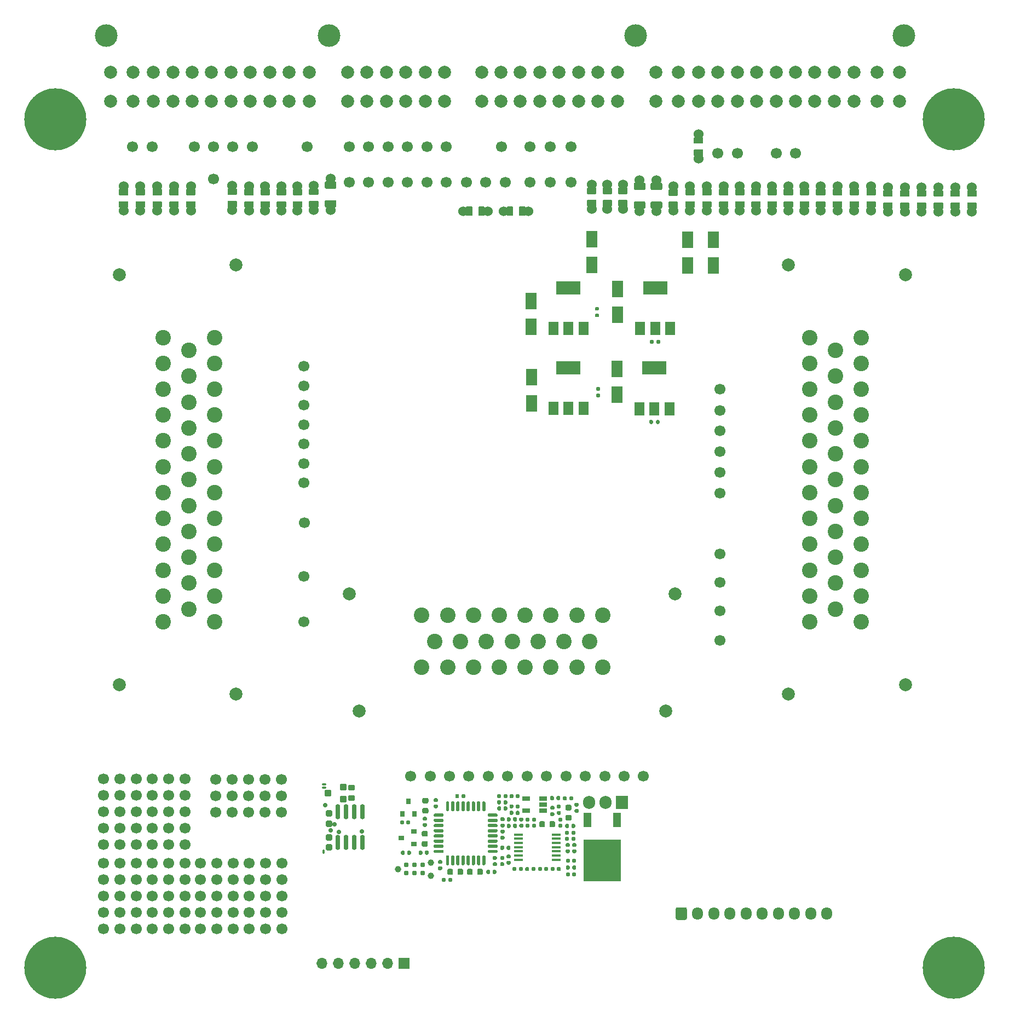
<source format=gts>
G75*
G70*
%OFA0B0*%
%FSLAX25Y25*%
%IPPOS*%
%LPD*%
%AMOC8*
5,1,8,0,0,1.08239X$1,22.5*
%
%AMM22*
21,1,0.040950,0.030320,0.000000,-0.000000,90.000000*
21,1,0.028350,0.042910,0.000000,-0.000000,90.000000*
1,1,0.012600,0.015160,0.014170*
1,1,0.012600,0.015160,-0.014170*
1,1,0.012600,-0.015160,-0.014170*
1,1,0.012600,-0.015160,0.014170*
%
%AMM23*
21,1,0.038980,0.026770,0.000000,-0.000000,270.000000*
21,1,0.026770,0.038980,0.000000,-0.000000,270.000000*
1,1,0.012210,-0.013390,-0.013390*
1,1,0.012210,-0.013390,0.013390*
1,1,0.012210,0.013390,0.013390*
1,1,0.012210,0.013390,-0.013390*
%
%AMM24*
21,1,0.033070,0.030710,0.000000,-0.000000,90.000000*
21,1,0.022050,0.041730,0.000000,-0.000000,90.000000*
1,1,0.011020,0.015350,0.011020*
1,1,0.011020,0.015350,-0.011020*
1,1,0.011020,-0.015350,-0.011020*
1,1,0.011020,-0.015350,0.011020*
%
%ADD108M22*%
%ADD109M23*%
%ADD11O,0.06693X0.07677*%
%ADD110M24*%
%ADD14C,0.03100*%
%ADD22R,0.22835X0.25197*%
%ADD25R,0.04803X0.02559*%
%ADD27R,0.03543X0.03150*%
%ADD31O,0.01969X0.00984*%
%ADD33R,0.07500X0.07874*%
%ADD34C,0.02913*%
%ADD37C,0.21260*%
%ADD39C,0.06693*%
%ADD40C,0.13780*%
%ADD41C,0.07874*%
%ADD44R,0.04724X0.08661*%
%ADD46R,0.05709X0.01772*%
%ADD48R,0.06693X0.06693*%
%ADD50R,0.03150X0.03543*%
%ADD52O,0.00984X0.01969*%
%ADD55O,0.02520X0.01535*%
%ADD58C,0.02362*%
%ADD59R,0.05906X0.07874*%
%ADD60O,0.06693X0.06693*%
%ADD64R,0.14961X0.07874*%
%ADD65O,0.01535X0.02520*%
%ADD66R,0.07087X0.09843*%
%ADD67O,0.07500X0.07874*%
%ADD75C,0.37795*%
%ADD86C,0.09449*%
%ADD88C,0.03900*%
%ADD90C,0.06000*%
%ADD97O,0.02913X0.09213*%
X0000000Y0000000D02*
%LPD*%
G01*
D41*
X0129921Y0451476D03*
X0129921Y0190059D03*
X0058661Y0195965D03*
X0397244Y0251083D03*
X0537402Y0195965D03*
X0058661Y0445571D03*
X0537402Y0445571D03*
X0204724Y0179823D03*
X0391339Y0179823D03*
X0466142Y0451476D03*
X0198819Y0251083D03*
X0466142Y0190059D03*
D86*
X0510630Y0234154D03*
X0510630Y0249902D03*
X0510630Y0265650D03*
X0510630Y0281398D03*
X0510630Y0297146D03*
X0510630Y0312894D03*
X0510630Y0328642D03*
X0510630Y0344390D03*
X0510630Y0360138D03*
X0510630Y0375886D03*
X0510630Y0391634D03*
X0510630Y0407382D03*
X0494882Y0242028D03*
X0494882Y0257776D03*
X0494882Y0273524D03*
X0494882Y0289272D03*
X0494882Y0305020D03*
X0494882Y0320768D03*
X0494882Y0336516D03*
X0494882Y0352264D03*
X0494882Y0368012D03*
X0494882Y0383760D03*
X0494882Y0399508D03*
X0479134Y0234154D03*
X0479134Y0249902D03*
X0479134Y0265650D03*
X0479134Y0281398D03*
X0479134Y0297146D03*
X0479134Y0312894D03*
X0479134Y0328642D03*
X0479134Y0344390D03*
X0479134Y0360138D03*
X0479134Y0375886D03*
X0479134Y0391634D03*
X0479134Y0407382D03*
X0242913Y0206594D03*
X0258661Y0206594D03*
X0274409Y0206594D03*
X0290157Y0206594D03*
X0305906Y0206594D03*
X0321654Y0206594D03*
X0337402Y0206594D03*
X0353150Y0206594D03*
X0250787Y0222343D03*
X0266535Y0222343D03*
X0282283Y0222343D03*
X0298031Y0222343D03*
X0313780Y0222343D03*
X0329528Y0222343D03*
X0345276Y0222343D03*
X0242913Y0238091D03*
X0258661Y0238091D03*
X0274409Y0238091D03*
X0290157Y0238091D03*
X0305906Y0238091D03*
X0321654Y0238091D03*
X0337402Y0238091D03*
X0353150Y0238091D03*
X0085433Y0407382D03*
X0085433Y0391634D03*
X0085433Y0375886D03*
X0085433Y0360138D03*
X0085433Y0344390D03*
X0085433Y0328642D03*
X0085433Y0312894D03*
X0085433Y0297146D03*
X0085433Y0281398D03*
X0085433Y0265650D03*
X0085433Y0249902D03*
X0085433Y0234154D03*
X0101181Y0399508D03*
X0101181Y0383760D03*
X0101181Y0368012D03*
X0101181Y0352264D03*
X0101181Y0336516D03*
X0101181Y0320768D03*
X0101181Y0305020D03*
X0101181Y0289272D03*
X0101181Y0273524D03*
X0101181Y0257776D03*
X0101181Y0242028D03*
X0116929Y0407382D03*
X0116929Y0391634D03*
X0116929Y0375886D03*
X0116929Y0360138D03*
X0116929Y0344390D03*
X0116929Y0328642D03*
X0116929Y0312894D03*
X0116929Y0297146D03*
X0116929Y0281398D03*
X0116929Y0265650D03*
X0116929Y0249902D03*
X0116929Y0234154D03*
D39*
X0198819Y0501969D03*
X0173228Y0523622D03*
X0321260Y0501969D03*
X0424409Y0375984D03*
D90*
X0102362Y0499626D03*
G36*
G01*
X0099902Y0497835D02*
X0104823Y0497835D01*
G75*
G02*
X0105217Y0497441I0000000J-000394D01*
G01*
X0105217Y0494291D01*
G75*
G02*
X0104823Y0493898I-000394J0000000D01*
G01*
X0099902Y0493898D01*
G75*
G02*
X0099508Y0494291I0000000J0000394D01*
G01*
X0099508Y0497441D01*
G75*
G02*
X0099902Y0497835I0000394J0000000D01*
G01*
G37*
G36*
G01*
X0099902Y0490354D02*
X0104823Y0490354D01*
G75*
G02*
X0105217Y0489961I0000000J-000394D01*
G01*
X0105217Y0486811D01*
G75*
G02*
X0104823Y0486417I-000394J0000000D01*
G01*
X0099902Y0486417D01*
G75*
G02*
X0099508Y0486811I0000000J0000394D01*
G01*
X0099508Y0489961D01*
G75*
G02*
X0099902Y0490354I0000394J0000000D01*
G01*
G37*
X0102362Y0484626D03*
X0577953Y0498839D03*
G36*
G01*
X0575492Y0497047D02*
X0580413Y0497047D01*
G75*
G02*
X0580807Y0496654I0000000J-000394D01*
G01*
X0580807Y0493504D01*
G75*
G02*
X0580413Y0493110I-000394J0000000D01*
G01*
X0575492Y0493110D01*
G75*
G02*
X0575098Y0493504I0000000J0000394D01*
G01*
X0575098Y0496654D01*
G75*
G02*
X0575492Y0497047I0000394J0000000D01*
G01*
G37*
X0577953Y0483839D03*
G36*
G01*
X0575492Y0489567D02*
X0580413Y0489567D01*
G75*
G02*
X0580807Y0489173I0000000J-000394D01*
G01*
X0580807Y0486024D01*
G75*
G02*
X0580413Y0485630I-000394J0000000D01*
G01*
X0575492Y0485630D01*
G75*
G02*
X0575098Y0486024I0000000J0000394D01*
G01*
X0575098Y0489173D01*
G75*
G02*
X0575492Y0489567I0000394J0000000D01*
G01*
G37*
D52*
X0183294Y0094341D03*
D31*
X0183491Y0135089D03*
X0183491Y0133120D03*
D58*
X0187625Y0107333D03*
X0189692Y0110778D03*
X0192644Y0106152D03*
X0206621Y0106447D03*
G36*
G01*
X0524311Y0497047D02*
X0529232Y0497047D01*
G75*
G02*
X0529626Y0496654I0000000J-000394D01*
G01*
X0529626Y0493504D01*
G75*
G02*
X0529232Y0493110I-000394J0000000D01*
G01*
X0524311Y0493110D01*
G75*
G02*
X0523917Y0493504I0000000J0000394D01*
G01*
X0523917Y0496654D01*
G75*
G02*
X0524311Y0497047I0000394J0000000D01*
G01*
G37*
D90*
X0526772Y0498839D03*
X0526772Y0483839D03*
G36*
G01*
X0524311Y0489567D02*
X0529232Y0489567D01*
G75*
G02*
X0529626Y0489173I0000000J-000394D01*
G01*
X0529626Y0486024D01*
G75*
G02*
X0529232Y0485630I-000394J0000000D01*
G01*
X0524311Y0485630D01*
G75*
G02*
X0523917Y0486024I0000000J0000394D01*
G01*
X0523917Y0489173D01*
G75*
G02*
X0524311Y0489567I0000394J0000000D01*
G01*
G37*
D39*
X0210630Y0523622D03*
X0342520Y0140157D03*
X0354331Y0140157D03*
G36*
G01*
X0434154Y0497835D02*
X0439075Y0497835D01*
G75*
G02*
X0439469Y0497441I0000000J-000394D01*
G01*
X0439469Y0494291D01*
G75*
G02*
X0439075Y0493898I-000394J0000000D01*
G01*
X0434154Y0493898D01*
G75*
G02*
X0433760Y0494291I0000000J0000394D01*
G01*
X0433760Y0497441D01*
G75*
G02*
X0434154Y0497835I0000394J0000000D01*
G01*
G37*
D90*
X0436614Y0499626D03*
G36*
G01*
X0434154Y0490354D02*
X0439075Y0490354D01*
G75*
G02*
X0439469Y0489961I0000000J-000394D01*
G01*
X0439469Y0486811D01*
G75*
G02*
X0439075Y0486417I-000394J0000000D01*
G01*
X0434154Y0486417D01*
G75*
G02*
X0433760Y0486811I0000000J0000394D01*
G01*
X0433760Y0489961D01*
G75*
G02*
X0434154Y0490354I0000394J0000000D01*
G01*
G37*
X0436614Y0484626D03*
G36*
G01*
X0353445Y0498622D02*
X0358366Y0498622D01*
G75*
G02*
X0358760Y0498228I0000000J-000394D01*
G01*
X0358760Y0495079D01*
G75*
G02*
X0358366Y0494685I-000394J0000000D01*
G01*
X0353445Y0494685D01*
G75*
G02*
X0353051Y0495079I0000000J0000394D01*
G01*
X0353051Y0498228D01*
G75*
G02*
X0353445Y0498622I0000394J0000000D01*
G01*
G37*
X0355906Y0500413D03*
X0355906Y0485413D03*
G36*
G01*
X0353445Y0491142D02*
X0358366Y0491142D01*
G75*
G02*
X0358760Y0490748I0000000J-000394D01*
G01*
X0358760Y0487598D01*
G75*
G02*
X0358366Y0487205I-000394J0000000D01*
G01*
X0353445Y0487205D01*
G75*
G02*
X0353051Y0487598I0000000J0000394D01*
G01*
X0353051Y0490748D01*
G75*
G02*
X0353445Y0491142I0000394J0000000D01*
G01*
G37*
D39*
X0171260Y0354331D03*
D90*
X0466142Y0499626D03*
G36*
G01*
X0463681Y0497835D02*
X0468602Y0497835D01*
G75*
G02*
X0468996Y0497441I0000000J-000394D01*
G01*
X0468996Y0494291D01*
G75*
G02*
X0468602Y0493898I-000394J0000000D01*
G01*
X0463681Y0493898D01*
G75*
G02*
X0463287Y0494291I0000000J0000394D01*
G01*
X0463287Y0497441D01*
G75*
G02*
X0463681Y0497835I0000394J0000000D01*
G01*
G37*
G36*
G01*
X0463681Y0490354D02*
X0468602Y0490354D01*
G75*
G02*
X0468996Y0489961I0000000J-000394D01*
G01*
X0468996Y0486811D01*
G75*
G02*
X0468602Y0486417I-000394J0000000D01*
G01*
X0463681Y0486417D01*
G75*
G02*
X0463287Y0486811I0000000J0000394D01*
G01*
X0463287Y0489961D01*
G75*
G02*
X0463681Y0490354I0000394J0000000D01*
G01*
G37*
X0466142Y0484626D03*
D39*
X0210630Y0501969D03*
X0435039Y0519685D03*
X0171260Y0234252D03*
G36*
G01*
X0534547Y0497047D02*
X0539469Y0497047D01*
G75*
G02*
X0539862Y0496654I0000000J-000394D01*
G01*
X0539862Y0493504D01*
G75*
G02*
X0539469Y0493110I-000394J0000000D01*
G01*
X0534547Y0493110D01*
G75*
G02*
X0534154Y0493504I0000000J0000394D01*
G01*
X0534154Y0496654D01*
G75*
G02*
X0534547Y0497047I0000394J0000000D01*
G01*
G37*
D90*
X0537008Y0498839D03*
X0537008Y0483839D03*
G36*
G01*
X0534547Y0489567D02*
X0539469Y0489567D01*
G75*
G02*
X0539862Y0489173I0000000J-000394D01*
G01*
X0539862Y0486024D01*
G75*
G02*
X0539469Y0485630I-000394J0000000D01*
G01*
X0534547Y0485630D01*
G75*
G02*
X0534154Y0486024I0000000J0000394D01*
G01*
X0534154Y0489173D01*
G75*
G02*
X0534547Y0489567I0000394J0000000D01*
G01*
G37*
D39*
X0078740Y0047244D03*
X0078740Y0057244D03*
X0078740Y0067244D03*
X0078740Y0077244D03*
X0078740Y0087244D03*
X0088740Y0047244D03*
X0088740Y0057244D03*
X0088740Y0067244D03*
X0088740Y0077244D03*
X0088740Y0087244D03*
X0098740Y0047244D03*
X0098740Y0057244D03*
X0098740Y0067244D03*
X0098740Y0077244D03*
X0098740Y0087244D03*
X0424409Y0362992D03*
D66*
X0404724Y0451181D03*
X0404724Y0466929D03*
G36*
G01*
X0351122Y0370945D02*
X0349665Y0370945D01*
G75*
G02*
X0349134Y0371476I0000000J0000531D01*
G01*
X0349134Y0372539D01*
G75*
G02*
X0349665Y0373071I0000531J0000000D01*
G01*
X0351122Y0373071D01*
G75*
G02*
X0351654Y0372539I0000000J-000531D01*
G01*
X0351654Y0371476D01*
G75*
G02*
X0351122Y0370945I-000531J0000000D01*
G01*
G37*
G36*
G01*
X0351122Y0374961D02*
X0349665Y0374961D01*
G75*
G02*
X0349134Y0375492I0000000J0000531D01*
G01*
X0349134Y0376555D01*
G75*
G02*
X0349665Y0377087I0000531J0000000D01*
G01*
X0351122Y0377087D01*
G75*
G02*
X0351654Y0376555I0000000J-000531D01*
G01*
X0351654Y0375492D01*
G75*
G02*
X0351122Y0374961I-000531J0000000D01*
G01*
G37*
D39*
X0222441Y0501969D03*
D59*
X0323228Y0364173D03*
X0332283Y0364173D03*
X0341339Y0364173D03*
D64*
X0332283Y0388976D03*
D39*
X0049055Y0098425D03*
X0049055Y0108425D03*
X0049055Y0118425D03*
X0049055Y0128425D03*
X0049055Y0138425D03*
X0059055Y0098425D03*
X0059055Y0108425D03*
X0059055Y0118425D03*
X0059055Y0128425D03*
X0059055Y0138425D03*
X0069055Y0098425D03*
X0069055Y0108425D03*
X0069055Y0118425D03*
X0069055Y0128425D03*
X0069055Y0138425D03*
X0271654Y0140157D03*
D75*
X0019685Y0023622D03*
D37*
X0019685Y0023622D03*
D39*
X0222441Y0523622D03*
G36*
G01*
X0483366Y0497835D02*
X0488287Y0497835D01*
G75*
G02*
X0488681Y0497441I0000000J-000394D01*
G01*
X0488681Y0494291D01*
G75*
G02*
X0488287Y0493898I-000394J0000000D01*
G01*
X0483366Y0493898D01*
G75*
G02*
X0482972Y0494291I0000000J0000394D01*
G01*
X0482972Y0497441D01*
G75*
G02*
X0483366Y0497835I0000394J0000000D01*
G01*
G37*
D90*
X0485827Y0499626D03*
X0485827Y0484626D03*
G36*
G01*
X0483366Y0490354D02*
X0488287Y0490354D01*
G75*
G02*
X0488681Y0489961I0000000J-000394D01*
G01*
X0488681Y0486811D01*
G75*
G02*
X0488287Y0486417I-000394J0000000D01*
G01*
X0483366Y0486417D01*
G75*
G02*
X0482972Y0486811I0000000J0000394D01*
G01*
X0482972Y0489961D01*
G75*
G02*
X0483366Y0490354I0000394J0000000D01*
G01*
G37*
D66*
X0420472Y0451181D03*
X0420472Y0466929D03*
D59*
X0323228Y0412795D03*
X0332283Y0412795D03*
X0341339Y0412795D03*
D64*
X0332283Y0437598D03*
D39*
X0366142Y0140157D03*
G36*
G01*
X0145177Y0497835D02*
X0150098Y0497835D01*
G75*
G02*
X0150492Y0497441I0000000J-000394D01*
G01*
X0150492Y0494291D01*
G75*
G02*
X0150098Y0493898I-000394J0000000D01*
G01*
X0145177Y0493898D01*
G75*
G02*
X0144783Y0494291I0000000J0000394D01*
G01*
X0144783Y0497441D01*
G75*
G02*
X0145177Y0497835I0000394J0000000D01*
G01*
G37*
D90*
X0147638Y0499626D03*
G36*
G01*
X0145177Y0490354D02*
X0150098Y0490354D01*
G75*
G02*
X0150492Y0489961I0000000J-000394D01*
G01*
X0150492Y0486811D01*
G75*
G02*
X0150098Y0486417I-000394J0000000D01*
G01*
X0145177Y0486417D01*
G75*
G02*
X0144783Y0486811I0000000J0000394D01*
G01*
X0144783Y0489961D01*
G75*
G02*
X0145177Y0490354I0000394J0000000D01*
G01*
G37*
X0147638Y0484626D03*
X0385827Y0503346D03*
G36*
G01*
X0382283Y0498051D02*
X0382283Y0500768D01*
G75*
G02*
X0383189Y0501673I0000906J0000000D01*
G01*
X0388465Y0501673D01*
G75*
G02*
X0389370Y0500768I0000000J-000906D01*
G01*
X0389370Y0498051D01*
G75*
G02*
X0388465Y0497146I-000906J0000000D01*
G01*
X0383189Y0497146D01*
G75*
G02*
X0382283Y0498051I0000000J0000906D01*
G01*
G37*
X0385827Y0484055D03*
G36*
G01*
X0382283Y0486634D02*
X0382283Y0489350D01*
G75*
G02*
X0383189Y0490256I0000906J0000000D01*
G01*
X0388465Y0490256D01*
G75*
G02*
X0389370Y0489350I0000000J-000906D01*
G01*
X0389370Y0486634D01*
G75*
G02*
X0388465Y0485728I-000906J0000000D01*
G01*
X0383189Y0485728D01*
G75*
G02*
X0382283Y0486634I0000000J0000906D01*
G01*
G37*
X0506299Y0499626D03*
G36*
G01*
X0503839Y0497835D02*
X0508760Y0497835D01*
G75*
G02*
X0509154Y0497441I0000000J-000394D01*
G01*
X0509154Y0494291D01*
G75*
G02*
X0508760Y0493898I-000394J0000000D01*
G01*
X0503839Y0493898D01*
G75*
G02*
X0503445Y0494291I0000000J0000394D01*
G01*
X0503445Y0497441D01*
G75*
G02*
X0503839Y0497835I0000394J0000000D01*
G01*
G37*
X0506299Y0484626D03*
G36*
G01*
X0503839Y0490354D02*
X0508760Y0490354D01*
G75*
G02*
X0509154Y0489961I0000000J-000394D01*
G01*
X0509154Y0486811D01*
G75*
G02*
X0508760Y0486417I-000394J0000000D01*
G01*
X0503839Y0486417D01*
G75*
G02*
X0503445Y0486811I0000000J0000394D01*
G01*
X0503445Y0489961D01*
G75*
G02*
X0503839Y0490354I0000394J0000000D01*
G01*
G37*
D39*
X0171260Y0318898D03*
G36*
G01*
X0174705Y0498031D02*
X0179626Y0498031D01*
G75*
G02*
X0180020Y0497638I0000000J-000394D01*
G01*
X0180020Y0494488D01*
G75*
G02*
X0179626Y0494094I-000394J0000000D01*
G01*
X0174705Y0494094D01*
G75*
G02*
X0174311Y0494488I0000000J0000394D01*
G01*
X0174311Y0497638D01*
G75*
G02*
X0174705Y0498031I0000394J0000000D01*
G01*
G37*
D90*
X0177165Y0499823D03*
G36*
G01*
X0174705Y0490551D02*
X0179626Y0490551D01*
G75*
G02*
X0180020Y0490157I0000000J-000394D01*
G01*
X0180020Y0487008D01*
G75*
G02*
X0179626Y0486614I-000394J0000000D01*
G01*
X0174705Y0486614D01*
G75*
G02*
X0174311Y0487008I0000000J0000394D01*
G01*
X0174311Y0490157D01*
G75*
G02*
X0174705Y0490551I0000394J0000000D01*
G01*
G37*
X0177165Y0484823D03*
D39*
X0257874Y0501969D03*
X0171260Y0342520D03*
X0139764Y0523622D03*
X0137795Y0047244D03*
X0137795Y0057244D03*
X0137795Y0067244D03*
X0137795Y0077244D03*
X0137795Y0087244D03*
X0147795Y0047244D03*
X0147795Y0057244D03*
X0147795Y0067244D03*
X0147795Y0077244D03*
X0147795Y0087244D03*
X0157795Y0047244D03*
X0157795Y0057244D03*
X0157795Y0067244D03*
X0157795Y0077244D03*
X0157795Y0087244D03*
D48*
X0232283Y0026181D03*
D60*
X0222283Y0026181D03*
X0212283Y0026181D03*
X0202283Y0026181D03*
X0192283Y0026181D03*
X0182283Y0026181D03*
D39*
X0424409Y0350394D03*
X0333858Y0523622D03*
X0078740Y0098425D03*
X0078740Y0108425D03*
X0078740Y0118425D03*
X0078740Y0128425D03*
X0078740Y0138425D03*
X0088740Y0098425D03*
X0088740Y0108425D03*
X0088740Y0118425D03*
X0088740Y0128425D03*
X0088740Y0138425D03*
X0098740Y0098425D03*
X0098740Y0108425D03*
X0098740Y0118425D03*
X0098740Y0128425D03*
X0098740Y0138425D03*
D90*
X0307894Y0484252D03*
G36*
G01*
X0306102Y0486713D02*
X0306102Y0481791D01*
G75*
G02*
X0305709Y0481398I-000394J0000000D01*
G01*
X0302559Y0481398D01*
G75*
G02*
X0302165Y0481791I0000000J0000394D01*
G01*
X0302165Y0486713D01*
G75*
G02*
X0302559Y0487106I0000394J0000000D01*
G01*
X0305709Y0487106D01*
G75*
G02*
X0306102Y0486713I0000000J-000394D01*
G01*
G37*
X0292894Y0484252D03*
G36*
G01*
X0298622Y0486713D02*
X0298622Y0481791D01*
G75*
G02*
X0298228Y0481398I-000394J0000000D01*
G01*
X0295079Y0481398D01*
G75*
G02*
X0294685Y0481791I0000000J0000394D01*
G01*
X0294685Y0486713D01*
G75*
G02*
X0295079Y0487106I0000394J0000000D01*
G01*
X0298228Y0487106D01*
G75*
G02*
X0298622Y0486713I0000000J-000394D01*
G01*
G37*
D39*
X0171260Y0377953D03*
G36*
G01*
X0125098Y0498031D02*
X0130020Y0498031D01*
G75*
G02*
X0130413Y0497638I0000000J-000394D01*
G01*
X0130413Y0494488D01*
G75*
G02*
X0130020Y0494094I-000394J0000000D01*
G01*
X0125098Y0494094D01*
G75*
G02*
X0124705Y0494488I0000000J0000394D01*
G01*
X0124705Y0497638D01*
G75*
G02*
X0125098Y0498031I0000394J0000000D01*
G01*
G37*
D90*
X0127559Y0499823D03*
X0127559Y0484823D03*
G36*
G01*
X0125098Y0490551D02*
X0130020Y0490551D01*
G75*
G02*
X0130413Y0490157I0000000J-000394D01*
G01*
X0130413Y0487008D01*
G75*
G02*
X0130020Y0486614I-000394J0000000D01*
G01*
X0125098Y0486614D01*
G75*
G02*
X0124705Y0487008I0000000J0000394D01*
G01*
X0124705Y0490157D01*
G75*
G02*
X0125098Y0490551I0000394J0000000D01*
G01*
G37*
G36*
G01*
X0424311Y0497835D02*
X0429232Y0497835D01*
G75*
G02*
X0429626Y0497441I0000000J-000394D01*
G01*
X0429626Y0494291D01*
G75*
G02*
X0429232Y0493898I-000394J0000000D01*
G01*
X0424311Y0493898D01*
G75*
G02*
X0423917Y0494291I0000000J0000394D01*
G01*
X0423917Y0497441D01*
G75*
G02*
X0424311Y0497835I0000394J0000000D01*
G01*
G37*
X0426772Y0499626D03*
X0426772Y0484626D03*
G36*
G01*
X0424311Y0490354D02*
X0429232Y0490354D01*
G75*
G02*
X0429626Y0489961I0000000J-000394D01*
G01*
X0429626Y0486811D01*
G75*
G02*
X0429232Y0486417I-000394J0000000D01*
G01*
X0424311Y0486417D01*
G75*
G02*
X0423917Y0486811I0000000J0000394D01*
G01*
X0423917Y0489961D01*
G75*
G02*
X0424311Y0490354I0000394J0000000D01*
G01*
G37*
D75*
X0566929Y0540157D03*
D37*
X0566929Y0540157D03*
X0566929Y0023622D03*
D75*
X0566929Y0023622D03*
D39*
X0234252Y0523583D03*
X0458661Y0519685D03*
X0116142Y0523622D03*
X0116142Y0503937D03*
X0377953Y0140157D03*
X0104331Y0523622D03*
X0423228Y0519685D03*
D66*
X0361811Y0388189D03*
X0361811Y0372441D03*
D39*
X0424409Y0258268D03*
X0293701Y0501969D03*
D66*
X0309449Y0429528D03*
X0309449Y0413780D03*
D39*
X0234252Y0501969D03*
D90*
X0157480Y0499626D03*
G36*
G01*
X0155020Y0497835D02*
X0159941Y0497835D01*
G75*
G02*
X0160335Y0497441I0000000J-000394D01*
G01*
X0160335Y0494291D01*
G75*
G02*
X0159941Y0493898I-000394J0000000D01*
G01*
X0155020Y0493898D01*
G75*
G02*
X0154626Y0494291I0000000J0000394D01*
G01*
X0154626Y0497441D01*
G75*
G02*
X0155020Y0497835I0000394J0000000D01*
G01*
G37*
G36*
G01*
X0155020Y0490354D02*
X0159941Y0490354D01*
G75*
G02*
X0160335Y0489961I0000000J-000394D01*
G01*
X0160335Y0486811D01*
G75*
G02*
X0159941Y0486417I-000394J0000000D01*
G01*
X0155020Y0486417D01*
G75*
G02*
X0154626Y0486811I0000000J0000394D01*
G01*
X0154626Y0489961D01*
G75*
G02*
X0155020Y0490354I0000394J0000000D01*
G01*
G37*
X0157480Y0484626D03*
G36*
G01*
X0565256Y0497047D02*
X0570177Y0497047D01*
G75*
G02*
X0570571Y0496654I0000000J-000394D01*
G01*
X0570571Y0493504D01*
G75*
G02*
X0570177Y0493110I-000394J0000000D01*
G01*
X0565256Y0493110D01*
G75*
G02*
X0564862Y0493504I0000000J0000394D01*
G01*
X0564862Y0496654D01*
G75*
G02*
X0565256Y0497047I0000394J0000000D01*
G01*
G37*
X0567717Y0498839D03*
X0567717Y0483839D03*
G36*
G01*
X0565256Y0489567D02*
X0570177Y0489567D01*
G75*
G02*
X0570571Y0489173I0000000J-000394D01*
G01*
X0570571Y0486024D01*
G75*
G02*
X0570177Y0485630I-000394J0000000D01*
G01*
X0565256Y0485630D01*
G75*
G02*
X0564862Y0486024I0000000J0000394D01*
G01*
X0564862Y0489173D01*
G75*
G02*
X0565256Y0489567I0000394J0000000D01*
G01*
G37*
D39*
X0248031Y0140157D03*
X0270079Y0501969D03*
X0424409Y0222835D03*
X0281890Y0501969D03*
D66*
X0346457Y0451575D03*
X0346457Y0467323D03*
D90*
X0061417Y0499626D03*
G36*
G01*
X0058957Y0497835D02*
X0063878Y0497835D01*
G75*
G02*
X0064272Y0497441I0000000J-000394D01*
G01*
X0064272Y0494291D01*
G75*
G02*
X0063878Y0493898I-000394J0000000D01*
G01*
X0058957Y0493898D01*
G75*
G02*
X0058563Y0494291I0000000J0000394D01*
G01*
X0058563Y0497441D01*
G75*
G02*
X0058957Y0497835I0000394J0000000D01*
G01*
G37*
G36*
G01*
X0058957Y0490354D02*
X0063878Y0490354D01*
G75*
G02*
X0064272Y0489961I0000000J-000394D01*
G01*
X0064272Y0486811D01*
G75*
G02*
X0063878Y0486417I-000394J0000000D01*
G01*
X0058957Y0486417D01*
G75*
G02*
X0058563Y0486811I0000000J0000394D01*
G01*
X0058563Y0489961D01*
G75*
G02*
X0058957Y0490354I0000394J0000000D01*
G01*
G37*
X0061417Y0484626D03*
G36*
G01*
X0403839Y0497835D02*
X0408760Y0497835D01*
G75*
G02*
X0409154Y0497441I0000000J-000394D01*
G01*
X0409154Y0494291D01*
G75*
G02*
X0408760Y0493898I-000394J0000000D01*
G01*
X0403839Y0493898D01*
G75*
G02*
X0403445Y0494291I0000000J0000394D01*
G01*
X0403445Y0497441D01*
G75*
G02*
X0403839Y0497835I0000394J0000000D01*
G01*
G37*
X0406299Y0499626D03*
G36*
G01*
X0403839Y0490354D02*
X0408760Y0490354D01*
G75*
G02*
X0409154Y0489961I0000000J-000394D01*
G01*
X0409154Y0486811D01*
G75*
G02*
X0408760Y0486417I-000394J0000000D01*
G01*
X0403839Y0486417D01*
G75*
G02*
X0403445Y0486811I0000000J0000394D01*
G01*
X0403445Y0489961D01*
G75*
G02*
X0403839Y0490354I0000394J0000000D01*
G01*
G37*
X0406299Y0484626D03*
D39*
X0157480Y0118110D03*
X0147480Y0118110D03*
X0137480Y0118110D03*
X0127480Y0118110D03*
X0117480Y0118110D03*
X0157480Y0128110D03*
X0147480Y0128110D03*
X0137480Y0128110D03*
X0127480Y0128110D03*
X0117480Y0128110D03*
X0157480Y0138110D03*
X0147480Y0138110D03*
X0137480Y0138110D03*
X0127480Y0138110D03*
X0117480Y0138110D03*
G36*
G01*
X0453839Y0497835D02*
X0458760Y0497835D01*
G75*
G02*
X0459154Y0497441I0000000J-000394D01*
G01*
X0459154Y0494291D01*
G75*
G02*
X0458760Y0493898I-000394J0000000D01*
G01*
X0453839Y0493898D01*
G75*
G02*
X0453445Y0494291I0000000J0000394D01*
G01*
X0453445Y0497441D01*
G75*
G02*
X0453839Y0497835I0000394J0000000D01*
G01*
G37*
D90*
X0456299Y0499626D03*
G36*
G01*
X0453839Y0490354D02*
X0458760Y0490354D01*
G75*
G02*
X0459154Y0489961I0000000J-000394D01*
G01*
X0459154Y0486811D01*
G75*
G02*
X0458760Y0486417I-000394J0000000D01*
G01*
X0453839Y0486417D01*
G75*
G02*
X0453445Y0486811I0000000J0000394D01*
G01*
X0453445Y0489961D01*
G75*
G02*
X0453839Y0490354I0000394J0000000D01*
G01*
G37*
X0456299Y0484626D03*
D39*
X0318898Y0140157D03*
X0307087Y0140157D03*
X0308661Y0523622D03*
G36*
G01*
X0387717Y0356634D02*
X0387717Y0355177D01*
G75*
G02*
X0387185Y0354646I-000531J0000000D01*
G01*
X0386122Y0354646D01*
G75*
G02*
X0385591Y0355177I0000000J0000531D01*
G01*
X0385591Y0356634D01*
G75*
G02*
X0386122Y0357165I0000531J0000000D01*
G01*
X0387185Y0357165D01*
G75*
G02*
X0387717Y0356634I0000000J-000531D01*
G01*
G37*
G36*
G01*
X0383701Y0356634D02*
X0383701Y0355177D01*
G75*
G02*
X0383169Y0354646I-000531J0000000D01*
G01*
X0382106Y0354646D01*
G75*
G02*
X0381575Y0355177I0000000J0000531D01*
G01*
X0381575Y0356634D01*
G75*
G02*
X0382106Y0357165I0000531J0000000D01*
G01*
X0383169Y0357165D01*
G75*
G02*
X0383701Y0356634I0000000J-000531D01*
G01*
G37*
D75*
X0019685Y0540157D03*
D37*
X0019685Y0540157D03*
D39*
X0127953Y0523622D03*
G36*
G01*
X0388110Y0405453D02*
X0388110Y0403996D01*
G75*
G02*
X0387579Y0403465I-000531J0000000D01*
G01*
X0386516Y0403465D01*
G75*
G02*
X0385984Y0403996I0000000J0000531D01*
G01*
X0385984Y0405453D01*
G75*
G02*
X0386516Y0405984I0000531J0000000D01*
G01*
X0387579Y0405984D01*
G75*
G02*
X0388110Y0405453I0000000J-000531D01*
G01*
G37*
G36*
G01*
X0384094Y0405453D02*
X0384094Y0403996D01*
G75*
G02*
X0383563Y0403465I-000531J0000000D01*
G01*
X0382500Y0403465D01*
G75*
G02*
X0381969Y0403996I0000000J0000531D01*
G01*
X0381969Y0405453D01*
G75*
G02*
X0382500Y0405984I0000531J0000000D01*
G01*
X0383563Y0405984D01*
G75*
G02*
X0384094Y0405453I0000000J-000531D01*
G01*
G37*
X0078740Y0523622D03*
X0424409Y0312598D03*
G36*
G01*
X0393602Y0497638D02*
X0398524Y0497638D01*
G75*
G02*
X0398917Y0497244I0000000J-000394D01*
G01*
X0398917Y0494095D01*
G75*
G02*
X0398524Y0493701I-000394J0000000D01*
G01*
X0393602Y0493701D01*
G75*
G02*
X0393209Y0494095I0000000J0000394D01*
G01*
X0393209Y0497244D01*
G75*
G02*
X0393602Y0497638I0000394J0000000D01*
G01*
G37*
D90*
X0396063Y0499429D03*
X0396063Y0484429D03*
G36*
G01*
X0393602Y0490157D02*
X0398524Y0490157D01*
G75*
G02*
X0398917Y0489764I0000000J-000394D01*
G01*
X0398917Y0486614D01*
G75*
G02*
X0398524Y0486220I-000394J0000000D01*
G01*
X0393602Y0486220D01*
G75*
G02*
X0393209Y0486614I0000000J0000394D01*
G01*
X0393209Y0489764D01*
G75*
G02*
X0393602Y0490157I0000394J0000000D01*
G01*
G37*
G36*
G01*
X0350335Y0419724D02*
X0348878Y0419724D01*
G75*
G02*
X0348346Y0420256I0000000J0000531D01*
G01*
X0348346Y0421319D01*
G75*
G02*
X0348878Y0421850I0000531J0000000D01*
G01*
X0350335Y0421850D01*
G75*
G02*
X0350866Y0421319I0000000J-000531D01*
G01*
X0350866Y0420256D01*
G75*
G02*
X0350335Y0419724I-000531J0000000D01*
G01*
G37*
G36*
G01*
X0350335Y0423740D02*
X0348878Y0423740D01*
G75*
G02*
X0348346Y0424272I0000000J0000531D01*
G01*
X0348346Y0425335D01*
G75*
G02*
X0348878Y0425866I0000531J0000000D01*
G01*
X0350335Y0425866D01*
G75*
G02*
X0350866Y0425335I0000000J-000531D01*
G01*
X0350866Y0424272D01*
G75*
G02*
X0350335Y0423740I-000531J0000000D01*
G01*
G37*
D39*
X0171654Y0294488D03*
X0066929Y0523622D03*
G36*
G01*
X0269882Y0481791D02*
X0269882Y0486713D01*
G75*
G02*
X0270276Y0487106I0000394J0000000D01*
G01*
X0273425Y0487106D01*
G75*
G02*
X0273819Y0486713I0000000J-000394D01*
G01*
X0273819Y0481791D01*
G75*
G02*
X0273425Y0481398I-000394J0000000D01*
G01*
X0270276Y0481398D01*
G75*
G02*
X0269882Y0481791I0000000J0000394D01*
G01*
G37*
D90*
X0268091Y0484252D03*
X0283091Y0484252D03*
G36*
G01*
X0277362Y0481791D02*
X0277362Y0486713D01*
G75*
G02*
X0277756Y0487106I0000394J0000000D01*
G01*
X0280906Y0487106D01*
G75*
G02*
X0281299Y0486713I0000000J-000394D01*
G01*
X0281299Y0481791D01*
G75*
G02*
X0280906Y0481398I-000394J0000000D01*
G01*
X0277756Y0481398D01*
G75*
G02*
X0277362Y0481791I0000000J0000394D01*
G01*
G37*
D39*
X0236220Y0140157D03*
D90*
X0375591Y0503346D03*
G36*
G01*
X0372047Y0498051D02*
X0372047Y0500768D01*
G75*
G02*
X0372953Y0501673I0000906J0000000D01*
G01*
X0378228Y0501673D01*
G75*
G02*
X0379134Y0500768I0000000J-000906D01*
G01*
X0379134Y0498051D01*
G75*
G02*
X0378228Y0497146I-000906J0000000D01*
G01*
X0372953Y0497146D01*
G75*
G02*
X0372047Y0498051I0000000J0000906D01*
G01*
G37*
G36*
G01*
X0372047Y0486634D02*
X0372047Y0489350D01*
G75*
G02*
X0372953Y0490256I0000906J0000000D01*
G01*
X0378228Y0490256D01*
G75*
G02*
X0379134Y0489350I0000000J-000906D01*
G01*
X0379134Y0486634D01*
G75*
G02*
X0378228Y0485728I-000906J0000000D01*
G01*
X0372953Y0485728D01*
G75*
G02*
X0372047Y0486634I0000000J0000906D01*
G01*
G37*
X0375591Y0484055D03*
D39*
X0291339Y0523622D03*
X0049055Y0047244D03*
X0049055Y0057244D03*
X0049055Y0067244D03*
X0049055Y0077244D03*
X0049055Y0087244D03*
X0059055Y0047244D03*
X0059055Y0057244D03*
X0059055Y0067244D03*
X0059055Y0077244D03*
X0059055Y0087244D03*
X0069055Y0047244D03*
X0069055Y0057244D03*
X0069055Y0067244D03*
X0069055Y0077244D03*
X0069055Y0087244D03*
D66*
X0309843Y0383071D03*
X0309843Y0367323D03*
G36*
G01*
X0135335Y0497835D02*
X0140256Y0497835D01*
G75*
G02*
X0140650Y0497441I0000000J-000394D01*
G01*
X0140650Y0494291D01*
G75*
G02*
X0140256Y0493898I-000394J0000000D01*
G01*
X0135335Y0493898D01*
G75*
G02*
X0134941Y0494291I0000000J0000394D01*
G01*
X0134941Y0497441D01*
G75*
G02*
X0135335Y0497835I0000394J0000000D01*
G01*
G37*
D90*
X0137795Y0499626D03*
G36*
G01*
X0135335Y0490354D02*
X0140256Y0490354D01*
G75*
G02*
X0140650Y0489961I0000000J-000394D01*
G01*
X0140650Y0486811D01*
G75*
G02*
X0140256Y0486417I-000394J0000000D01*
G01*
X0135335Y0486417D01*
G75*
G02*
X0134941Y0486811I0000000J0000394D01*
G01*
X0134941Y0489961D01*
G75*
G02*
X0135335Y0490354I0000394J0000000D01*
G01*
G37*
X0137795Y0484626D03*
G36*
G01*
X0443996Y0497835D02*
X0448917Y0497835D01*
G75*
G02*
X0449311Y0497441I0000000J-000394D01*
G01*
X0449311Y0494291D01*
G75*
G02*
X0448917Y0493898I-000394J0000000D01*
G01*
X0443996Y0493898D01*
G75*
G02*
X0443602Y0494291I0000000J0000394D01*
G01*
X0443602Y0497441D01*
G75*
G02*
X0443996Y0497835I0000394J0000000D01*
G01*
G37*
X0446457Y0499626D03*
X0446457Y0484626D03*
G36*
G01*
X0443996Y0490354D02*
X0448917Y0490354D01*
G75*
G02*
X0449311Y0489961I0000000J-000394D01*
G01*
X0449311Y0486811D01*
G75*
G02*
X0448917Y0486417I-000394J0000000D01*
G01*
X0443996Y0486417D01*
G75*
G02*
X0443602Y0486811I0000000J0000394D01*
G01*
X0443602Y0489961D01*
G75*
G02*
X0443996Y0490354I0000394J0000000D01*
G01*
G37*
D39*
X0333858Y0501969D03*
X0171260Y0389764D03*
X0330709Y0140157D03*
D66*
X0362205Y0437008D03*
X0362205Y0421260D03*
D90*
X0416535Y0499626D03*
G36*
G01*
X0414075Y0497835D02*
X0418996Y0497835D01*
G75*
G02*
X0419390Y0497441I0000000J-000394D01*
G01*
X0419390Y0494291D01*
G75*
G02*
X0418996Y0493898I-000394J0000000D01*
G01*
X0414075Y0493898D01*
G75*
G02*
X0413681Y0494291I0000000J0000394D01*
G01*
X0413681Y0497441D01*
G75*
G02*
X0414075Y0497835I0000394J0000000D01*
G01*
G37*
G36*
G01*
X0414075Y0490354D02*
X0418996Y0490354D01*
G75*
G02*
X0419390Y0489961I0000000J-000394D01*
G01*
X0419390Y0486811D01*
G75*
G02*
X0418996Y0486417I-000394J0000000D01*
G01*
X0414075Y0486417D01*
G75*
G02*
X0413681Y0486811I0000000J0000394D01*
G01*
X0413681Y0489961D01*
G75*
G02*
X0414075Y0490354I0000394J0000000D01*
G01*
G37*
X0416535Y0484626D03*
D39*
X0246063Y0501969D03*
D90*
X0187402Y0504134D03*
G36*
G01*
X0183858Y0498839D02*
X0183858Y0501555D01*
G75*
G02*
X0184764Y0502461I0000906J0000000D01*
G01*
X0190039Y0502461D01*
G75*
G02*
X0190945Y0501555I0000000J-000906D01*
G01*
X0190945Y0498839D01*
G75*
G02*
X0190039Y0497933I-000906J0000000D01*
G01*
X0184764Y0497933D01*
G75*
G02*
X0183858Y0498839I0000000J0000906D01*
G01*
G37*
X0187402Y0484843D03*
G36*
G01*
X0183858Y0487421D02*
X0183858Y0490138D01*
G75*
G02*
X0184764Y0491043I0000906J0000000D01*
G01*
X0190039Y0491043D01*
G75*
G02*
X0190945Y0490138I0000000J-000906D01*
G01*
X0190945Y0487421D01*
G75*
G02*
X0190039Y0486516I-000906J0000000D01*
G01*
X0184764Y0486516D01*
G75*
G02*
X0183858Y0487421I0000000J0000906D01*
G01*
G37*
D39*
X0424409Y0325197D03*
X0259843Y0140157D03*
G36*
G01*
X0397638Y0053642D02*
X0397638Y0059350D01*
G75*
G02*
X0398622Y0060335I0000984J0000000D01*
G01*
X0403346Y0060335D01*
G75*
G02*
X0404331Y0059350I0000000J-000984D01*
G01*
X0404331Y0053642D01*
G75*
G02*
X0403346Y0052657I-000984J0000000D01*
G01*
X0398622Y0052657D01*
G75*
G02*
X0397638Y0053642I0000000J0000984D01*
G01*
G37*
D11*
X0410827Y0056496D03*
X0420669Y0056496D03*
X0430512Y0056496D03*
X0440354Y0056496D03*
X0450197Y0056496D03*
X0460039Y0056496D03*
X0469882Y0056496D03*
X0479724Y0056496D03*
X0489567Y0056496D03*
D39*
X0424409Y0275591D03*
D90*
X0081890Y0499626D03*
G36*
G01*
X0079429Y0497835D02*
X0084350Y0497835D01*
G75*
G02*
X0084744Y0497441I0000000J-000394D01*
G01*
X0084744Y0494291D01*
G75*
G02*
X0084350Y0493898I-000394J0000000D01*
G01*
X0079429Y0493898D01*
G75*
G02*
X0079035Y0494291I0000000J0000394D01*
G01*
X0079035Y0497441D01*
G75*
G02*
X0079429Y0497835I0000394J0000000D01*
G01*
G37*
G36*
G01*
X0079429Y0490354D02*
X0084350Y0490354D01*
G75*
G02*
X0084744Y0489961I0000000J-000394D01*
G01*
X0084744Y0486811D01*
G75*
G02*
X0084350Y0486417I-000394J0000000D01*
G01*
X0079429Y0486417D01*
G75*
G02*
X0079035Y0486811I0000000J0000394D01*
G01*
X0079035Y0489961D01*
G75*
G02*
X0079429Y0490354I0000394J0000000D01*
G01*
G37*
X0081890Y0484626D03*
G36*
G01*
X0089665Y0497835D02*
X0094587Y0497835D01*
G75*
G02*
X0094980Y0497441I0000000J-000394D01*
G01*
X0094980Y0494291D01*
G75*
G02*
X0094587Y0493898I-000394J0000000D01*
G01*
X0089665Y0493898D01*
G75*
G02*
X0089272Y0494291I0000000J0000394D01*
G01*
X0089272Y0497441D01*
G75*
G02*
X0089665Y0497835I0000394J0000000D01*
G01*
G37*
X0092126Y0499626D03*
G36*
G01*
X0089665Y0490354D02*
X0094587Y0490354D01*
G75*
G02*
X0094980Y0489961I0000000J-000394D01*
G01*
X0094980Y0486811D01*
G75*
G02*
X0094587Y0486417I-000394J0000000D01*
G01*
X0089665Y0486417D01*
G75*
G02*
X0089272Y0486811I0000000J0000394D01*
G01*
X0089272Y0489961D01*
G75*
G02*
X0089665Y0490354I0000394J0000000D01*
G01*
G37*
X0092126Y0484626D03*
D39*
X0283465Y0140157D03*
X0295276Y0140157D03*
X0308661Y0501969D03*
X0171260Y0366142D03*
D59*
X0375984Y0412795D03*
X0385039Y0412795D03*
X0394094Y0412795D03*
D64*
X0385039Y0437598D03*
D39*
X0470472Y0519685D03*
G36*
G01*
X0164862Y0497835D02*
X0169783Y0497835D01*
G75*
G02*
X0170177Y0497441I0000000J-000394D01*
G01*
X0170177Y0494291D01*
G75*
G02*
X0169783Y0493898I-000394J0000000D01*
G01*
X0164862Y0493898D01*
G75*
G02*
X0164469Y0494291I0000000J0000394D01*
G01*
X0164469Y0497441D01*
G75*
G02*
X0164862Y0497835I0000394J0000000D01*
G01*
G37*
D90*
X0167323Y0499626D03*
G36*
G01*
X0164862Y0490354D02*
X0169783Y0490354D01*
G75*
G02*
X0170177Y0489961I0000000J-000394D01*
G01*
X0170177Y0486811D01*
G75*
G02*
X0169783Y0486417I-000394J0000000D01*
G01*
X0164862Y0486417D01*
G75*
G02*
X0164469Y0486811I0000000J0000394D01*
G01*
X0164469Y0489961D01*
G75*
G02*
X0164862Y0490354I0000394J0000000D01*
G01*
G37*
X0167323Y0484626D03*
D40*
X0050984Y0591339D03*
X0186614Y0591339D03*
X0536417Y0591339D03*
X0373228Y0591339D03*
D41*
X0533858Y0551181D03*
X0520079Y0551181D03*
X0506299Y0551181D03*
X0494094Y0551181D03*
X0482283Y0551181D03*
X0470472Y0551181D03*
X0458661Y0551181D03*
X0446850Y0551181D03*
X0435039Y0551181D03*
X0423228Y0551181D03*
X0411417Y0551181D03*
X0399213Y0551181D03*
X0385433Y0551181D03*
X0533858Y0568898D03*
X0520079Y0568898D03*
X0506299Y0568898D03*
X0494094Y0568898D03*
X0482283Y0568898D03*
X0470472Y0568898D03*
X0458661Y0568898D03*
X0446850Y0568898D03*
X0435039Y0568898D03*
X0423228Y0568898D03*
X0411417Y0568898D03*
X0399213Y0568898D03*
X0385433Y0568898D03*
X0362008Y0551181D03*
X0350197Y0551181D03*
X0338386Y0551181D03*
X0326575Y0551181D03*
X0314764Y0551181D03*
X0302953Y0551181D03*
X0291142Y0551181D03*
X0279331Y0551181D03*
X0362008Y0568898D03*
X0350197Y0568898D03*
X0338386Y0568898D03*
X0326575Y0568898D03*
X0314764Y0568898D03*
X0302953Y0568898D03*
X0291142Y0568898D03*
X0279331Y0568898D03*
X0256890Y0551181D03*
X0245079Y0551181D03*
X0233268Y0551181D03*
X0221457Y0551181D03*
X0209646Y0551181D03*
X0197835Y0551181D03*
X0256890Y0568898D03*
X0245079Y0568898D03*
X0233268Y0568898D03*
X0221457Y0568898D03*
X0209646Y0568898D03*
X0197835Y0568898D03*
X0174409Y0551181D03*
X0162205Y0551181D03*
X0150394Y0551181D03*
X0138583Y0551181D03*
X0126772Y0551181D03*
X0114961Y0551181D03*
X0103150Y0551181D03*
X0091339Y0551181D03*
X0079528Y0551181D03*
X0067323Y0551181D03*
X0053543Y0551181D03*
X0174409Y0568898D03*
X0162205Y0568898D03*
X0150394Y0568898D03*
X0138583Y0568898D03*
X0126772Y0568898D03*
X0114961Y0568898D03*
X0103150Y0568898D03*
X0091339Y0568898D03*
X0079528Y0568898D03*
X0067323Y0568898D03*
X0053543Y0568898D03*
D39*
X0171260Y0330709D03*
D90*
X0411417Y0531122D03*
G36*
G01*
X0408957Y0529331D02*
X0413878Y0529331D01*
G75*
G02*
X0414272Y0528937I0000000J-000394D01*
G01*
X0414272Y0525787D01*
G75*
G02*
X0413878Y0525394I-000394J0000000D01*
G01*
X0408957Y0525394D01*
G75*
G02*
X0408563Y0525787I0000000J0000394D01*
G01*
X0408563Y0528937D01*
G75*
G02*
X0408957Y0529331I0000394J0000000D01*
G01*
G37*
G36*
G01*
X0408957Y0521850D02*
X0413878Y0521850D01*
G75*
G02*
X0414272Y0521457I0000000J-000394D01*
G01*
X0414272Y0518307D01*
G75*
G02*
X0413878Y0517913I-000394J0000000D01*
G01*
X0408957Y0517913D01*
G75*
G02*
X0408563Y0518307I0000000J0000394D01*
G01*
X0408563Y0521457D01*
G75*
G02*
X0408957Y0521850I0000394J0000000D01*
G01*
G37*
X0411417Y0516122D03*
X0475984Y0499626D03*
G36*
G01*
X0473524Y0497835D02*
X0478445Y0497835D01*
G75*
G02*
X0478839Y0497441I0000000J-000394D01*
G01*
X0478839Y0494291D01*
G75*
G02*
X0478445Y0493898I-000394J0000000D01*
G01*
X0473524Y0493898D01*
G75*
G02*
X0473130Y0494291I0000000J0000394D01*
G01*
X0473130Y0497441D01*
G75*
G02*
X0473524Y0497835I0000394J0000000D01*
G01*
G37*
X0475984Y0484626D03*
G36*
G01*
X0473524Y0490354D02*
X0478445Y0490354D01*
G75*
G02*
X0478839Y0489961I0000000J-000394D01*
G01*
X0478839Y0486811D01*
G75*
G02*
X0478445Y0486417I-000394J0000000D01*
G01*
X0473524Y0486417D01*
G75*
G02*
X0473130Y0486811I0000000J0000394D01*
G01*
X0473130Y0489961D01*
G75*
G02*
X0473524Y0490354I0000394J0000000D01*
G01*
G37*
G36*
G01*
X0493602Y0497835D02*
X0498524Y0497835D01*
G75*
G02*
X0498917Y0497441I0000000J-000394D01*
G01*
X0498917Y0494291D01*
G75*
G02*
X0498524Y0493898I-000394J0000000D01*
G01*
X0493602Y0493898D01*
G75*
G02*
X0493209Y0494291I0000000J0000394D01*
G01*
X0493209Y0497441D01*
G75*
G02*
X0493602Y0497835I0000394J0000000D01*
G01*
G37*
X0496063Y0499626D03*
G36*
G01*
X0493602Y0490354D02*
X0498524Y0490354D01*
G75*
G02*
X0498917Y0489961I0000000J-000394D01*
G01*
X0498917Y0486811D01*
G75*
G02*
X0498524Y0486417I-000394J0000000D01*
G01*
X0493602Y0486417D01*
G75*
G02*
X0493209Y0486811I0000000J0000394D01*
G01*
X0493209Y0489961D01*
G75*
G02*
X0493602Y0490354I0000394J0000000D01*
G01*
G37*
X0496063Y0484626D03*
X0547244Y0498839D03*
G36*
G01*
X0544783Y0497047D02*
X0549705Y0497047D01*
G75*
G02*
X0550098Y0496654I0000000J-000394D01*
G01*
X0550098Y0493504D01*
G75*
G02*
X0549705Y0493110I-000394J0000000D01*
G01*
X0544783Y0493110D01*
G75*
G02*
X0544390Y0493504I0000000J0000394D01*
G01*
X0544390Y0496654D01*
G75*
G02*
X0544783Y0497047I0000394J0000000D01*
G01*
G37*
X0547244Y0483839D03*
G36*
G01*
X0544783Y0489567D02*
X0549705Y0489567D01*
G75*
G02*
X0550098Y0489173I0000000J-000394D01*
G01*
X0550098Y0486024D01*
G75*
G02*
X0549705Y0485630I-000394J0000000D01*
G01*
X0544783Y0485630D01*
G75*
G02*
X0544390Y0486024I0000000J0000394D01*
G01*
X0544390Y0489173D01*
G75*
G02*
X0544783Y0489567I0000394J0000000D01*
G01*
G37*
D39*
X0321260Y0523622D03*
D90*
X0346457Y0500413D03*
G36*
G01*
X0343996Y0498622D02*
X0348917Y0498622D01*
G75*
G02*
X0349311Y0498228I0000000J-000394D01*
G01*
X0349311Y0495079D01*
G75*
G02*
X0348917Y0494685I-000394J0000000D01*
G01*
X0343996Y0494685D01*
G75*
G02*
X0343602Y0495079I0000000J0000394D01*
G01*
X0343602Y0498228D01*
G75*
G02*
X0343996Y0498622I0000394J0000000D01*
G01*
G37*
G36*
G01*
X0343996Y0491142D02*
X0348917Y0491142D01*
G75*
G02*
X0349311Y0490748I0000000J-000394D01*
G01*
X0349311Y0487598D01*
G75*
G02*
X0348917Y0487205I-000394J0000000D01*
G01*
X0343996Y0487205D01*
G75*
G02*
X0343602Y0487598I0000000J0000394D01*
G01*
X0343602Y0490748D01*
G75*
G02*
X0343996Y0491142I0000394J0000000D01*
G01*
G37*
X0346457Y0485413D03*
G36*
G01*
X0555020Y0497047D02*
X0559941Y0497047D01*
G75*
G02*
X0560335Y0496654I0000000J-000394D01*
G01*
X0560335Y0493504D01*
G75*
G02*
X0559941Y0493110I-000394J0000000D01*
G01*
X0555020Y0493110D01*
G75*
G02*
X0554626Y0493504I0000000J0000394D01*
G01*
X0554626Y0496654D01*
G75*
G02*
X0555020Y0497047I0000394J0000000D01*
G01*
G37*
X0557480Y0498839D03*
X0557480Y0483839D03*
G36*
G01*
X0555020Y0489567D02*
X0559941Y0489567D01*
G75*
G02*
X0560335Y0489173I0000000J-000394D01*
G01*
X0560335Y0486024D01*
G75*
G02*
X0559941Y0485630I-000394J0000000D01*
G01*
X0555020Y0485630D01*
G75*
G02*
X0554626Y0486024I0000000J0000394D01*
G01*
X0554626Y0489173D01*
G75*
G02*
X0555020Y0489567I0000394J0000000D01*
G01*
G37*
D39*
X0108110Y0047244D03*
X0108110Y0057244D03*
X0108110Y0067244D03*
X0108110Y0077244D03*
X0108110Y0087244D03*
X0118110Y0047244D03*
X0118110Y0057244D03*
X0118110Y0067244D03*
X0118110Y0077244D03*
X0118110Y0087244D03*
X0128110Y0047244D03*
X0128110Y0057244D03*
X0128110Y0067244D03*
X0128110Y0077244D03*
X0128110Y0087244D03*
X0171260Y0261811D03*
X0424409Y0240945D03*
X0424409Y0337795D03*
X0198819Y0523622D03*
X0246063Y0523622D03*
D90*
X0516535Y0499626D03*
G36*
G01*
X0514075Y0497835D02*
X0518996Y0497835D01*
G75*
G02*
X0519390Y0497441I0000000J-000394D01*
G01*
X0519390Y0494291D01*
G75*
G02*
X0518996Y0493898I-000394J0000000D01*
G01*
X0514075Y0493898D01*
G75*
G02*
X0513681Y0494291I0000000J0000394D01*
G01*
X0513681Y0497441D01*
G75*
G02*
X0514075Y0497835I0000394J0000000D01*
G01*
G37*
X0516535Y0484626D03*
G36*
G01*
X0514075Y0490354D02*
X0518996Y0490354D01*
G75*
G02*
X0519390Y0489961I0000000J-000394D01*
G01*
X0519390Y0486811D01*
G75*
G02*
X0518996Y0486417I-000394J0000000D01*
G01*
X0514075Y0486417D01*
G75*
G02*
X0513681Y0486811I0000000J0000394D01*
G01*
X0513681Y0489961D01*
G75*
G02*
X0514075Y0490354I0000394J0000000D01*
G01*
G37*
X0071654Y0499626D03*
G36*
G01*
X0069193Y0497835D02*
X0074114Y0497835D01*
G75*
G02*
X0074508Y0497441I0000000J-000394D01*
G01*
X0074508Y0494291D01*
G75*
G02*
X0074114Y0493898I-000394J0000000D01*
G01*
X0069193Y0493898D01*
G75*
G02*
X0068799Y0494291I0000000J0000394D01*
G01*
X0068799Y0497441D01*
G75*
G02*
X0069193Y0497835I0000394J0000000D01*
G01*
G37*
X0071654Y0484626D03*
G36*
G01*
X0069193Y0490354D02*
X0074114Y0490354D01*
G75*
G02*
X0074508Y0489961I0000000J-000394D01*
G01*
X0074508Y0486811D01*
G75*
G02*
X0074114Y0486417I-000394J0000000D01*
G01*
X0069193Y0486417D01*
G75*
G02*
X0068799Y0486811I0000000J0000394D01*
G01*
X0068799Y0489961D01*
G75*
G02*
X0069193Y0490354I0000394J0000000D01*
G01*
G37*
D59*
X0375591Y0363976D03*
X0384646Y0363976D03*
X0393701Y0363976D03*
D64*
X0384646Y0388780D03*
D39*
X0257874Y0523622D03*
G36*
G01*
X0362894Y0498622D02*
X0367815Y0498622D01*
G75*
G02*
X0368209Y0498228I0000000J-000394D01*
G01*
X0368209Y0495079D01*
G75*
G02*
X0367815Y0494685I-000394J0000000D01*
G01*
X0362894Y0494685D01*
G75*
G02*
X0362500Y0495079I0000000J0000394D01*
G01*
X0362500Y0498228D01*
G75*
G02*
X0362894Y0498622I0000394J0000000D01*
G01*
G37*
D90*
X0365354Y0500413D03*
G36*
G01*
X0362894Y0491142D02*
X0367815Y0491142D01*
G75*
G02*
X0368209Y0490748I0000000J-000394D01*
G01*
X0368209Y0487598D01*
G75*
G02*
X0367815Y0487205I-000394J0000000D01*
G01*
X0362894Y0487205D01*
G75*
G02*
X0362500Y0487598I0000000J0000394D01*
G01*
X0362500Y0490748D01*
G75*
G02*
X0362894Y0491142I0000394J0000000D01*
G01*
G37*
X0365354Y0485413D03*
X0224213Y0072736D02*
%LPD*%
G01*
D33*
X0364922Y0124311D03*
D67*
X0354922Y0124311D03*
X0344922Y0124311D03*
G36*
G01*
X0292806Y0109035D02*
X0291447Y0109035D01*
G75*
G02*
X0290867Y0109616I0000000J0000581D01*
G01*
X0290867Y0110777D01*
G75*
G02*
X0291447Y0111358I0000581J0000000D01*
G01*
X0292806Y0111358D01*
G75*
G02*
X0293386Y0110777I0000000J-000581D01*
G01*
X0293386Y0109616D01*
G75*
G02*
X0292806Y0109035I-000581J0000000D01*
G01*
G37*
G36*
G01*
X0292806Y0112854D02*
X0291447Y0112854D01*
G75*
G02*
X0290867Y0113435I0000000J0000581D01*
G01*
X0290867Y0114596D01*
G75*
G02*
X0291447Y0115177I0000581J0000000D01*
G01*
X0292806Y0115177D01*
G75*
G02*
X0293386Y0114596I0000000J-000581D01*
G01*
X0293386Y0113435D01*
G75*
G02*
X0292806Y0112854I-000581J0000000D01*
G01*
G37*
G36*
G01*
X0327628Y0084378D02*
X0327628Y0083019D01*
G75*
G02*
X0327048Y0082439I-000581J0000000D01*
G01*
X0325886Y0082439D01*
G75*
G02*
X0325306Y0083019I0000000J0000581D01*
G01*
X0325306Y0084378D01*
G75*
G02*
X0325886Y0084958I0000581J0000000D01*
G01*
X0327048Y0084958D01*
G75*
G02*
X0327628Y0084378I0000000J-000581D01*
G01*
G37*
G36*
G01*
X0323809Y0084378D02*
X0323809Y0083019D01*
G75*
G02*
X0323229Y0082439I-000581J0000000D01*
G01*
X0322067Y0082439D01*
G75*
G02*
X0321487Y0083019I0000000J0000581D01*
G01*
X0321487Y0084378D01*
G75*
G02*
X0322067Y0084958I0000581J0000000D01*
G01*
X0323229Y0084958D01*
G75*
G02*
X0323809Y0084378I0000000J-000581D01*
G01*
G37*
G36*
G01*
X0330237Y0109269D02*
X0330237Y0110628D01*
G75*
G02*
X0330817Y0111208I0000581J0000000D01*
G01*
X0331979Y0111208D01*
G75*
G02*
X0332559Y0110628I0000000J-000581D01*
G01*
X0332559Y0109269D01*
G75*
G02*
X0331979Y0108689I-000581J0000000D01*
G01*
X0330817Y0108689D01*
G75*
G02*
X0330237Y0109269I0000000J0000581D01*
G01*
G37*
G36*
G01*
X0334056Y0109269D02*
X0334056Y0110628D01*
G75*
G02*
X0334636Y0111208I0000581J0000000D01*
G01*
X0335798Y0111208D01*
G75*
G02*
X0336378Y0110628I0000000J-000581D01*
G01*
X0336378Y0109269D01*
G75*
G02*
X0335798Y0108689I-000581J0000000D01*
G01*
X0334636Y0108689D01*
G75*
G02*
X0334056Y0109269I0000000J0000581D01*
G01*
G37*
G36*
G01*
X0230213Y0092888D02*
X0230213Y0094246D01*
G75*
G02*
X0230794Y0094827I0000581J0000000D01*
G01*
X0231955Y0094827D01*
G75*
G02*
X0232536Y0094246I0000000J-000581D01*
G01*
X0232536Y0092888D01*
G75*
G02*
X0231955Y0092307I-000581J0000000D01*
G01*
X0230794Y0092307D01*
G75*
G02*
X0230213Y0092888I0000000J0000581D01*
G01*
G37*
G36*
G01*
X0234032Y0092888D02*
X0234032Y0094246D01*
G75*
G02*
X0234613Y0094827I0000581J0000000D01*
G01*
X0235774Y0094827D01*
G75*
G02*
X0236355Y0094246I0000000J-000581D01*
G01*
X0236355Y0092888D01*
G75*
G02*
X0235774Y0092307I-000581J0000000D01*
G01*
X0234613Y0092307D01*
G75*
G02*
X0234032Y0092888I0000000J0000581D01*
G01*
G37*
G36*
G01*
X0243775Y0106890D02*
X0245793Y0106890D01*
G75*
G02*
X0246654Y0106028I0000000J-000861D01*
G01*
X0246654Y0104306D01*
G75*
G02*
X0245793Y0103445I-000861J0000000D01*
G01*
X0243775Y0103445D01*
G75*
G02*
X0242914Y0104306I0000000J0000861D01*
G01*
X0242914Y0106028D01*
G75*
G02*
X0243775Y0106890I0000861J0000000D01*
G01*
G37*
G36*
G01*
X0243775Y0100689D02*
X0245793Y0100689D01*
G75*
G02*
X0246654Y0099828I0000000J-000861D01*
G01*
X0246654Y0098105D01*
G75*
G02*
X0245793Y0097244I-000861J0000000D01*
G01*
X0243775Y0097244D01*
G75*
G02*
X0242914Y0098105I0000000J0000861D01*
G01*
X0242914Y0099828D01*
G75*
G02*
X0243775Y0100689I0000861J0000000D01*
G01*
G37*
G36*
G01*
X0314485Y0109940D02*
X0314485Y0111957D01*
G75*
G02*
X0315346Y0112819I0000861J0000000D01*
G01*
X0317068Y0112819D01*
G75*
G02*
X0317930Y0111957I0000000J-000861D01*
G01*
X0317930Y0109940D01*
G75*
G02*
X0317068Y0109079I-000861J0000000D01*
G01*
X0315346Y0109079D01*
G75*
G02*
X0314485Y0109940I0000000J0000861D01*
G01*
G37*
G36*
G01*
X0320685Y0109940D02*
X0320685Y0111957D01*
G75*
G02*
X0321547Y0112819I0000861J0000000D01*
G01*
X0323269Y0112819D01*
G75*
G02*
X0324130Y0111957I0000000J-000861D01*
G01*
X0324130Y0109940D01*
G75*
G02*
X0323269Y0109079I-000861J0000000D01*
G01*
X0321547Y0109079D01*
G75*
G02*
X0320685Y0109940I0000000J0000861D01*
G01*
G37*
G36*
G01*
X0319878Y0084378D02*
X0319878Y0083019D01*
G75*
G02*
X0319298Y0082439I-000581J0000000D01*
G01*
X0318136Y0082439D01*
G75*
G02*
X0317556Y0083019I0000000J0000581D01*
G01*
X0317556Y0084378D01*
G75*
G02*
X0318136Y0084958I0000581J0000000D01*
G01*
X0319298Y0084958D01*
G75*
G02*
X0319878Y0084378I0000000J-000581D01*
G01*
G37*
G36*
G01*
X0316059Y0084378D02*
X0316059Y0083019D01*
G75*
G02*
X0315479Y0082439I-000581J0000000D01*
G01*
X0314317Y0082439D01*
G75*
G02*
X0313737Y0083019I0000000J0000581D01*
G01*
X0313737Y0084378D01*
G75*
G02*
X0314317Y0084958I0000581J0000000D01*
G01*
X0315479Y0084958D01*
G75*
G02*
X0316059Y0084378I0000000J-000581D01*
G01*
G37*
G36*
G01*
X0331987Y0100878D02*
X0330628Y0100878D01*
G75*
G02*
X0330048Y0101458I0000000J0000581D01*
G01*
X0330048Y0102620D01*
G75*
G02*
X0330628Y0103201I0000581J0000000D01*
G01*
X0331987Y0103201D01*
G75*
G02*
X0332567Y0102620I0000000J-000581D01*
G01*
X0332567Y0101458D01*
G75*
G02*
X0331987Y0100878I-000581J0000000D01*
G01*
G37*
G36*
G01*
X0331987Y0104697D02*
X0330628Y0104697D01*
G75*
G02*
X0330048Y0105277I0000000J0000581D01*
G01*
X0330048Y0106439D01*
G75*
G02*
X0330628Y0107019I0000581J0000000D01*
G01*
X0331987Y0107019D01*
G75*
G02*
X0332567Y0106439I0000000J-000581D01*
G01*
X0332567Y0105277D01*
G75*
G02*
X0331987Y0104697I-000581J0000000D01*
G01*
G37*
G36*
G01*
X0325699Y0122854D02*
X0327057Y0122854D01*
G75*
G02*
X0327638Y0122273I0000000J-000581D01*
G01*
X0327638Y0121112D01*
G75*
G02*
X0327057Y0120531I-000581J0000000D01*
G01*
X0325699Y0120531D01*
G75*
G02*
X0325119Y0121112I0000000J0000581D01*
G01*
X0325119Y0122273D01*
G75*
G02*
X0325699Y0122854I0000581J0000000D01*
G01*
G37*
G36*
G01*
X0325699Y0119035D02*
X0327057Y0119035D01*
G75*
G02*
X0327638Y0118455I0000000J-000581D01*
G01*
X0327638Y0117293D01*
G75*
G02*
X0327057Y0116712I-000581J0000000D01*
G01*
X0325699Y0116712D01*
G75*
G02*
X0325119Y0117293I0000000J0000581D01*
G01*
X0325119Y0118455D01*
G75*
G02*
X0325699Y0119035I0000581J0000000D01*
G01*
G37*
G36*
G01*
X0321142Y0126191D02*
X0321142Y0127549D01*
G75*
G02*
X0321723Y0128130I0000581J0000000D01*
G01*
X0322884Y0128130D01*
G75*
G02*
X0323465Y0127549I0000000J-000581D01*
G01*
X0323465Y0126191D01*
G75*
G02*
X0322884Y0125610I-000581J0000000D01*
G01*
X0321723Y0125610D01*
G75*
G02*
X0321142Y0126191I0000000J0000581D01*
G01*
G37*
G36*
G01*
X0324961Y0126191D02*
X0324961Y0127549D01*
G75*
G02*
X0325542Y0128130I0000581J0000000D01*
G01*
X0326703Y0128130D01*
G75*
G02*
X0327284Y0127549I0000000J-000581D01*
G01*
X0327284Y0126191D01*
G75*
G02*
X0326703Y0125610I-000581J0000000D01*
G01*
X0325542Y0125610D01*
G75*
G02*
X0324961Y0126191I0000000J0000581D01*
G01*
G37*
G36*
G01*
X0296339Y0127372D02*
X0296339Y0128730D01*
G75*
G02*
X0296920Y0129311I0000581J0000000D01*
G01*
X0298081Y0129311D01*
G75*
G02*
X0298662Y0128730I0000000J-000581D01*
G01*
X0298662Y0127372D01*
G75*
G02*
X0298081Y0126791I-000581J0000000D01*
G01*
X0296920Y0126791D01*
G75*
G02*
X0296339Y0127372I0000000J0000581D01*
G01*
G37*
G36*
G01*
X0300158Y0127372D02*
X0300158Y0128730D01*
G75*
G02*
X0300739Y0129311I0000581J0000000D01*
G01*
X0301900Y0129311D01*
G75*
G02*
X0302481Y0128730I0000000J-000581D01*
G01*
X0302481Y0127372D01*
G75*
G02*
X0301900Y0126791I-000581J0000000D01*
G01*
X0300739Y0126791D01*
G75*
G02*
X0300158Y0127372I0000000J0000581D01*
G01*
G37*
G36*
G01*
X0312128Y0084378D02*
X0312128Y0083019D01*
G75*
G02*
X0311548Y0082439I-000581J0000000D01*
G01*
X0310386Y0082439D01*
G75*
G02*
X0309806Y0083019I0000000J0000581D01*
G01*
X0309806Y0084378D01*
G75*
G02*
X0310386Y0084958I0000581J0000000D01*
G01*
X0311548Y0084958D01*
G75*
G02*
X0312128Y0084378I0000000J-000581D01*
G01*
G37*
G36*
G01*
X0308309Y0084378D02*
X0308309Y0083019D01*
G75*
G02*
X0307729Y0082439I-000581J0000000D01*
G01*
X0306567Y0082439D01*
G75*
G02*
X0305987Y0083019I0000000J0000581D01*
G01*
X0305987Y0084378D01*
G75*
G02*
X0306567Y0084958I0000581J0000000D01*
G01*
X0307729Y0084958D01*
G75*
G02*
X0308309Y0084378I0000000J-000581D01*
G01*
G37*
G36*
G01*
X0304378Y0084378D02*
X0304378Y0083019D01*
G75*
G02*
X0303798Y0082439I-000581J0000000D01*
G01*
X0302636Y0082439D01*
G75*
G02*
X0302056Y0083019I0000000J0000581D01*
G01*
X0302056Y0084378D01*
G75*
G02*
X0302636Y0084958I0000581J0000000D01*
G01*
X0303798Y0084958D01*
G75*
G02*
X0304378Y0084378I0000000J-000581D01*
G01*
G37*
G36*
G01*
X0300559Y0084378D02*
X0300559Y0083019D01*
G75*
G02*
X0299979Y0082439I-000581J0000000D01*
G01*
X0298817Y0082439D01*
G75*
G02*
X0298237Y0083019I0000000J0000581D01*
G01*
X0298237Y0084378D01*
G75*
G02*
X0298817Y0084958I0000581J0000000D01*
G01*
X0299979Y0084958D01*
G75*
G02*
X0300559Y0084378I0000000J-000581D01*
G01*
G37*
G36*
G01*
X0327987Y0108878D02*
X0326628Y0108878D01*
G75*
G02*
X0326048Y0109458I0000000J0000581D01*
G01*
X0326048Y0110620D01*
G75*
G02*
X0326628Y0111201I0000581J0000000D01*
G01*
X0327987Y0111201D01*
G75*
G02*
X0328567Y0110620I0000000J-000581D01*
G01*
X0328567Y0109458D01*
G75*
G02*
X0327987Y0108878I-000581J0000000D01*
G01*
G37*
G36*
G01*
X0327987Y0112697D02*
X0326628Y0112697D01*
G75*
G02*
X0326048Y0113277I0000000J0000581D01*
G01*
X0326048Y0114439D01*
G75*
G02*
X0326628Y0115019I0000581J0000000D01*
G01*
X0327987Y0115019D01*
G75*
G02*
X0328567Y0114439I0000000J-000581D01*
G01*
X0328567Y0113277D01*
G75*
G02*
X0327987Y0112697I-000581J0000000D01*
G01*
G37*
D27*
X0238221Y0098927D03*
X0238221Y0106407D03*
X0230347Y0102667D03*
D46*
X0301693Y0104626D03*
X0301693Y0102067D03*
X0301693Y0099508D03*
X0301693Y0096949D03*
X0301693Y0094390D03*
X0301693Y0091830D03*
X0301693Y0089271D03*
X0324922Y0089271D03*
X0324922Y0091830D03*
X0324922Y0094390D03*
X0324922Y0096949D03*
X0324922Y0099508D03*
X0324922Y0102067D03*
X0324922Y0104626D03*
G36*
G01*
X0335987Y0100878D02*
X0334628Y0100878D01*
G75*
G02*
X0334048Y0101458I0000000J0000581D01*
G01*
X0334048Y0102620D01*
G75*
G02*
X0334628Y0103201I0000581J0000000D01*
G01*
X0335987Y0103201D01*
G75*
G02*
X0336567Y0102620I0000000J-000581D01*
G01*
X0336567Y0101458D01*
G75*
G02*
X0335987Y0100878I-000581J0000000D01*
G01*
G37*
G36*
G01*
X0335987Y0104697D02*
X0334628Y0104697D01*
G75*
G02*
X0334048Y0105277I0000000J0000581D01*
G01*
X0334048Y0106439D01*
G75*
G02*
X0334628Y0107019I0000581J0000000D01*
G01*
X0335987Y0107019D01*
G75*
G02*
X0336567Y0106439I0000000J-000581D01*
G01*
X0336567Y0105277D01*
G75*
G02*
X0335987Y0104697I-000581J0000000D01*
G01*
G37*
G36*
G01*
X0288859Y0123632D02*
X0288859Y0124990D01*
G75*
G02*
X0289439Y0125571I0000581J0000000D01*
G01*
X0290601Y0125571D01*
G75*
G02*
X0291182Y0124990I0000000J-000581D01*
G01*
X0291182Y0123632D01*
G75*
G02*
X0290601Y0123051I-000581J0000000D01*
G01*
X0289439Y0123051D01*
G75*
G02*
X0288859Y0123632I0000000J0000581D01*
G01*
G37*
G36*
G01*
X0292678Y0123632D02*
X0292678Y0124990D01*
G75*
G02*
X0293258Y0125571I0000581J0000000D01*
G01*
X0294420Y0125571D01*
G75*
G02*
X0295000Y0124990I0000000J-000581D01*
G01*
X0295000Y0123632D01*
G75*
G02*
X0294420Y0123051I-000581J0000000D01*
G01*
X0293258Y0123051D01*
G75*
G02*
X0292678Y0123632I0000000J0000581D01*
G01*
G37*
G36*
G01*
X0295000Y0128730D02*
X0295000Y0127372D01*
G75*
G02*
X0294420Y0126791I-000581J0000000D01*
G01*
X0293258Y0126791D01*
G75*
G02*
X0292678Y0127372I0000000J0000581D01*
G01*
X0292678Y0128730D01*
G75*
G02*
X0293258Y0129311I0000581J0000000D01*
G01*
X0294420Y0129311D01*
G75*
G02*
X0295000Y0128730I0000000J-000581D01*
G01*
G37*
G36*
G01*
X0291182Y0128730D02*
X0291182Y0127372D01*
G75*
G02*
X0290601Y0126791I-000581J0000000D01*
G01*
X0289439Y0126791D01*
G75*
G02*
X0288859Y0127372I0000000J0000581D01*
G01*
X0288859Y0128730D01*
G75*
G02*
X0289439Y0129311I0000581J0000000D01*
G01*
X0290601Y0129311D01*
G75*
G02*
X0291182Y0128730I0000000J-000581D01*
G01*
G37*
G36*
G01*
X0291447Y0107697D02*
X0292806Y0107697D01*
G75*
G02*
X0293386Y0107116I0000000J-000581D01*
G01*
X0293386Y0105955D01*
G75*
G02*
X0292806Y0105374I-000581J0000000D01*
G01*
X0291447Y0105374D01*
G75*
G02*
X0290867Y0105955I0000000J0000581D01*
G01*
X0290867Y0107116D01*
G75*
G02*
X0291447Y0107697I0000581J0000000D01*
G01*
G37*
G36*
G01*
X0291447Y0103878D02*
X0292806Y0103878D01*
G75*
G02*
X0293386Y0103297I0000000J-000581D01*
G01*
X0293386Y0102136D01*
G75*
G02*
X0292806Y0101555I-000581J0000000D01*
G01*
X0291447Y0101555D01*
G75*
G02*
X0290867Y0102136I0000000J0000581D01*
G01*
X0290867Y0103297D01*
G75*
G02*
X0291447Y0103878I0000581J0000000D01*
G01*
G37*
G36*
G01*
X0337884Y0117893D02*
X0336526Y0117893D01*
G75*
G02*
X0335945Y0118474I0000000J0000581D01*
G01*
X0335945Y0119636D01*
G75*
G02*
X0336526Y0120216I0000581J0000000D01*
G01*
X0337884Y0120216D01*
G75*
G02*
X0338465Y0119636I0000000J-000581D01*
G01*
X0338465Y0118474D01*
G75*
G02*
X0337884Y0117893I-000581J0000000D01*
G01*
G37*
G36*
G01*
X0337884Y0121712D02*
X0336526Y0121712D01*
G75*
G02*
X0335945Y0122293I0000000J0000581D01*
G01*
X0335945Y0123455D01*
G75*
G02*
X0336526Y0124035I0000581J0000000D01*
G01*
X0337884Y0124035D01*
G75*
G02*
X0338465Y0123455I0000000J-000581D01*
G01*
X0338465Y0122293D01*
G75*
G02*
X0337884Y0121712I-000581J0000000D01*
G01*
G37*
G36*
G01*
X0263327Y0127372D02*
X0263327Y0128730D01*
G75*
G02*
X0263908Y0129311I0000581J0000000D01*
G01*
X0265069Y0129311D01*
G75*
G02*
X0265650Y0128730I0000000J-000581D01*
G01*
X0265650Y0127372D01*
G75*
G02*
X0265069Y0126791I-000581J0000000D01*
G01*
X0263908Y0126791D01*
G75*
G02*
X0263327Y0127372I0000000J0000581D01*
G01*
G37*
G36*
G01*
X0267146Y0127372D02*
X0267146Y0128730D01*
G75*
G02*
X0267727Y0129311I0000581J0000000D01*
G01*
X0268888Y0129311D01*
G75*
G02*
X0269469Y0128730I0000000J-000581D01*
G01*
X0269469Y0127372D01*
G75*
G02*
X0268888Y0126791I-000581J0000000D01*
G01*
X0267727Y0126791D01*
G75*
G02*
X0267146Y0127372I0000000J0000581D01*
G01*
G37*
G36*
G01*
X0286723Y0091555D02*
X0288081Y0091555D01*
G75*
G02*
X0288662Y0090974I0000000J-000581D01*
G01*
X0288662Y0089813D01*
G75*
G02*
X0288081Y0089232I-000581J0000000D01*
G01*
X0286723Y0089232D01*
G75*
G02*
X0286142Y0089813I0000000J0000581D01*
G01*
X0286142Y0090974D01*
G75*
G02*
X0286723Y0091555I0000581J0000000D01*
G01*
G37*
G36*
G01*
X0286723Y0087736D02*
X0288081Y0087736D01*
G75*
G02*
X0288662Y0087155I0000000J-000581D01*
G01*
X0288662Y0085994D01*
G75*
G02*
X0288081Y0085413I-000581J0000000D01*
G01*
X0286723Y0085413D01*
G75*
G02*
X0286142Y0085994I0000000J0000581D01*
G01*
X0286142Y0087155D01*
G75*
G02*
X0286723Y0087736I0000581J0000000D01*
G01*
G37*
G36*
G01*
X0252254Y0120649D02*
X0250896Y0120649D01*
G75*
G02*
X0250315Y0121230I0000000J0000581D01*
G01*
X0250315Y0122392D01*
G75*
G02*
X0250896Y0122972I0000581J0000000D01*
G01*
X0252254Y0122972D01*
G75*
G02*
X0252835Y0122392I0000000J-000581D01*
G01*
X0252835Y0121230D01*
G75*
G02*
X0252254Y0120649I-000581J0000000D01*
G01*
G37*
G36*
G01*
X0252254Y0124468D02*
X0250896Y0124468D01*
G75*
G02*
X0250315Y0125049I0000000J0000581D01*
G01*
X0250315Y0126210D01*
G75*
G02*
X0250896Y0126791I0000581J0000000D01*
G01*
X0252254Y0126791D01*
G75*
G02*
X0252835Y0126210I0000000J-000581D01*
G01*
X0252835Y0125049D01*
G75*
G02*
X0252254Y0124468I-000581J0000000D01*
G01*
G37*
D44*
X0343977Y0113681D03*
D22*
X0352953Y0088878D03*
D44*
X0361930Y0113681D03*
G36*
G01*
X0330729Y0079734D02*
X0330729Y0081092D01*
G75*
G02*
X0331309Y0081673I0000581J0000000D01*
G01*
X0332471Y0081673D01*
G75*
G02*
X0333052Y0081092I0000000J-000581D01*
G01*
X0333052Y0079734D01*
G75*
G02*
X0332471Y0079153I-000581J0000000D01*
G01*
X0331309Y0079153D01*
G75*
G02*
X0330729Y0079734I0000000J0000581D01*
G01*
G37*
G36*
G01*
X0334548Y0079734D02*
X0334548Y0081092D01*
G75*
G02*
X0335128Y0081673I0000581J0000000D01*
G01*
X0336290Y0081673D01*
G75*
G02*
X0336870Y0081092I0000000J-000581D01*
G01*
X0336870Y0079734D01*
G75*
G02*
X0336290Y0079153I-000581J0000000D01*
G01*
X0335128Y0079153D01*
G75*
G02*
X0334548Y0079734I0000000J0000581D01*
G01*
G37*
G36*
G01*
X0292609Y0085413D02*
X0291250Y0085413D01*
G75*
G02*
X0290670Y0085994I0000000J0000581D01*
G01*
X0290670Y0087155D01*
G75*
G02*
X0291250Y0087736I0000581J0000000D01*
G01*
X0292609Y0087736D01*
G75*
G02*
X0293189Y0087155I0000000J-000581D01*
G01*
X0293189Y0085994D01*
G75*
G02*
X0292609Y0085413I-000581J0000000D01*
G01*
G37*
G36*
G01*
X0292609Y0089232D02*
X0291250Y0089232D01*
G75*
G02*
X0290670Y0089813I0000000J0000581D01*
G01*
X0290670Y0090974D01*
G75*
G02*
X0291250Y0091555I0000581J0000000D01*
G01*
X0292609Y0091555D01*
G75*
G02*
X0293189Y0090974I0000000J-000581D01*
G01*
X0293189Y0089813D01*
G75*
G02*
X0292609Y0089232I-000581J0000000D01*
G01*
G37*
G36*
G01*
X0328957Y0125994D02*
X0328957Y0127352D01*
G75*
G02*
X0329538Y0127933I0000581J0000000D01*
G01*
X0330699Y0127933D01*
G75*
G02*
X0331280Y0127352I0000000J-000581D01*
G01*
X0331280Y0125994D01*
G75*
G02*
X0330699Y0125413I-000581J0000000D01*
G01*
X0329538Y0125413D01*
G75*
G02*
X0328957Y0125994I0000000J0000581D01*
G01*
G37*
G36*
G01*
X0332776Y0125994D02*
X0332776Y0127352D01*
G75*
G02*
X0333357Y0127933I0000581J0000000D01*
G01*
X0334518Y0127933D01*
G75*
G02*
X0335099Y0127352I0000000J-000581D01*
G01*
X0335099Y0125994D01*
G75*
G02*
X0334518Y0125413I-000581J0000000D01*
G01*
X0333357Y0125413D01*
G75*
G02*
X0332776Y0125994I0000000J0000581D01*
G01*
G37*
G36*
G01*
X0295128Y0092519D02*
X0296487Y0092519D01*
G75*
G02*
X0297067Y0091939I0000000J-000581D01*
G01*
X0297067Y0090777D01*
G75*
G02*
X0296487Y0090197I-000581J0000000D01*
G01*
X0295128Y0090197D01*
G75*
G02*
X0294548Y0090777I0000000J0000581D01*
G01*
X0294548Y0091939D01*
G75*
G02*
X0295128Y0092519I0000581J0000000D01*
G01*
G37*
G36*
G01*
X0295128Y0088701D02*
X0296487Y0088701D01*
G75*
G02*
X0297067Y0088120I0000000J-000581D01*
G01*
X0297067Y0086958D01*
G75*
G02*
X0296487Y0086378I-000581J0000000D01*
G01*
X0295128Y0086378D01*
G75*
G02*
X0294548Y0086958I0000000J0000581D01*
G01*
X0294548Y0088120D01*
G75*
G02*
X0295128Y0088701I0000581J0000000D01*
G01*
G37*
G36*
G01*
X0241024Y0092923D02*
X0241024Y0094281D01*
G75*
G02*
X0241605Y0094862I0000581J0000000D01*
G01*
X0242766Y0094862D01*
G75*
G02*
X0243347Y0094281I0000000J-000581D01*
G01*
X0243347Y0092923D01*
G75*
G02*
X0242766Y0092342I-000581J0000000D01*
G01*
X0241605Y0092342D01*
G75*
G02*
X0241024Y0092923I0000000J0000581D01*
G01*
G37*
G36*
G01*
X0244843Y0092923D02*
X0244843Y0094281D01*
G75*
G02*
X0245424Y0094862I0000581J0000000D01*
G01*
X0246585Y0094862D01*
G75*
G02*
X0247166Y0094281I0000000J-000581D01*
G01*
X0247166Y0092923D01*
G75*
G02*
X0246585Y0092342I-000581J0000000D01*
G01*
X0245424Y0092342D01*
G75*
G02*
X0244843Y0092923I0000000J0000581D01*
G01*
G37*
G36*
G01*
X0280130Y0082957D02*
X0280130Y0080940D01*
G75*
G02*
X0279269Y0080079I-000861J0000000D01*
G01*
X0277547Y0080079D01*
G75*
G02*
X0276685Y0080940I0000000J0000861D01*
G01*
X0276685Y0082957D01*
G75*
G02*
X0277547Y0083819I0000861J0000000D01*
G01*
X0279269Y0083819D01*
G75*
G02*
X0280130Y0082957I0000000J-000861D01*
G01*
G37*
G36*
G01*
X0273930Y0082957D02*
X0273930Y0080940D01*
G75*
G02*
X0273068Y0080079I-000861J0000000D01*
G01*
X0271346Y0080079D01*
G75*
G02*
X0270485Y0080940I0000000J0000861D01*
G01*
X0270485Y0082957D01*
G75*
G02*
X0271346Y0083819I0000861J0000000D01*
G01*
X0273068Y0083819D01*
G75*
G02*
X0273930Y0082957I0000000J-000861D01*
G01*
G37*
G36*
G01*
X0288378Y0082628D02*
X0288378Y0081269D01*
G75*
G02*
X0287798Y0080689I-000581J0000000D01*
G01*
X0286636Y0080689D01*
G75*
G02*
X0286056Y0081269I0000000J0000581D01*
G01*
X0286056Y0082628D01*
G75*
G02*
X0286636Y0083208I0000581J0000000D01*
G01*
X0287798Y0083208D01*
G75*
G02*
X0288378Y0082628I0000000J-000581D01*
G01*
G37*
G36*
G01*
X0284559Y0082628D02*
X0284559Y0081269D01*
G75*
G02*
X0283979Y0080689I-000581J0000000D01*
G01*
X0282817Y0080689D01*
G75*
G02*
X0282237Y0081269I0000000J0000581D01*
G01*
X0282237Y0082628D01*
G75*
G02*
X0282817Y0083208I0000581J0000000D01*
G01*
X0283979Y0083208D01*
G75*
G02*
X0284559Y0082628I0000000J-000581D01*
G01*
G37*
G36*
G01*
X0300878Y0110628D02*
X0300878Y0109269D01*
G75*
G02*
X0300298Y0108689I-000581J0000000D01*
G01*
X0299136Y0108689D01*
G75*
G02*
X0298556Y0109269I0000000J0000581D01*
G01*
X0298556Y0110628D01*
G75*
G02*
X0299136Y0111208I0000581J0000000D01*
G01*
X0300298Y0111208D01*
G75*
G02*
X0300878Y0110628I0000000J-000581D01*
G01*
G37*
G36*
G01*
X0297059Y0110628D02*
X0297059Y0109269D01*
G75*
G02*
X0296479Y0108689I-000581J0000000D01*
G01*
X0295317Y0108689D01*
G75*
G02*
X0294737Y0109269I0000000J0000581D01*
G01*
X0294737Y0110628D01*
G75*
G02*
X0295317Y0111208I0000581J0000000D01*
G01*
X0296479Y0111208D01*
G75*
G02*
X0297059Y0110628I0000000J-000581D01*
G01*
G37*
G36*
G01*
X0306628Y0115019D02*
X0307987Y0115019D01*
G75*
G02*
X0308567Y0114439I0000000J-000581D01*
G01*
X0308567Y0113277D01*
G75*
G02*
X0307987Y0112697I-000581J0000000D01*
G01*
X0306628Y0112697D01*
G75*
G02*
X0306048Y0113277I0000000J0000581D01*
G01*
X0306048Y0114439D01*
G75*
G02*
X0306628Y0115019I0000581J0000000D01*
G01*
G37*
G36*
G01*
X0306628Y0111201D02*
X0307987Y0111201D01*
G75*
G02*
X0308567Y0110620I0000000J-000581D01*
G01*
X0308567Y0109458D01*
G75*
G02*
X0307987Y0108878I-000581J0000000D01*
G01*
X0306628Y0108878D01*
G75*
G02*
X0306048Y0109458I0000000J0000581D01*
G01*
X0306048Y0110620D01*
G75*
G02*
X0306628Y0111201I0000581J0000000D01*
G01*
G37*
G36*
G01*
X0302865Y0115019D02*
X0304223Y0115019D01*
G75*
G02*
X0304804Y0114439I0000000J-000581D01*
G01*
X0304804Y0113277D01*
G75*
G02*
X0304223Y0112697I-000581J0000000D01*
G01*
X0302865Y0112697D01*
G75*
G02*
X0302284Y0113277I0000000J0000581D01*
G01*
X0302284Y0114439D01*
G75*
G02*
X0302865Y0115019I0000581J0000000D01*
G01*
G37*
G36*
G01*
X0302865Y0111201D02*
X0304223Y0111201D01*
G75*
G02*
X0304804Y0110620I0000000J-000581D01*
G01*
X0304804Y0109458D01*
G75*
G02*
X0304223Y0108878I-000581J0000000D01*
G01*
X0302865Y0108878D01*
G75*
G02*
X0302284Y0109458I0000000J0000581D01*
G01*
X0302284Y0110620D01*
G75*
G02*
X0302865Y0111201I0000581J0000000D01*
G01*
G37*
G36*
G01*
X0300878Y0114628D02*
X0300878Y0113269D01*
G75*
G02*
X0300298Y0112689I-000581J0000000D01*
G01*
X0299136Y0112689D01*
G75*
G02*
X0298556Y0113269I0000000J0000581D01*
G01*
X0298556Y0114628D01*
G75*
G02*
X0299136Y0115208I0000581J0000000D01*
G01*
X0300298Y0115208D01*
G75*
G02*
X0300878Y0114628I0000000J-000581D01*
G01*
G37*
G36*
G01*
X0297059Y0114628D02*
X0297059Y0113269D01*
G75*
G02*
X0296479Y0112689I-000581J0000000D01*
G01*
X0295317Y0112689D01*
G75*
G02*
X0294737Y0113269I0000000J0000581D01*
G01*
X0294737Y0114628D01*
G75*
G02*
X0295317Y0115208I0000581J0000000D01*
G01*
X0296479Y0115208D01*
G75*
G02*
X0297059Y0114628I0000000J-000581D01*
G01*
G37*
D25*
X0316969Y0119193D03*
X0316969Y0122933D03*
X0316969Y0126673D03*
X0306654Y0126673D03*
X0306654Y0119193D03*
G36*
G01*
X0310628Y0115019D02*
X0311987Y0115019D01*
G75*
G02*
X0312567Y0114439I0000000J-000581D01*
G01*
X0312567Y0113277D01*
G75*
G02*
X0311987Y0112697I-000581J0000000D01*
G01*
X0310628Y0112697D01*
G75*
G02*
X0310048Y0113277I0000000J0000581D01*
G01*
X0310048Y0114439D01*
G75*
G02*
X0310628Y0115019I0000581J0000000D01*
G01*
G37*
G36*
G01*
X0310628Y0111201D02*
X0311987Y0111201D01*
G75*
G02*
X0312567Y0110620I0000000J-000581D01*
G01*
X0312567Y0109458D01*
G75*
G02*
X0311987Y0108878I-000581J0000000D01*
G01*
X0310628Y0108878D01*
G75*
G02*
X0310048Y0109458I0000000J0000581D01*
G01*
X0310048Y0110620D01*
G75*
G02*
X0310628Y0111201I0000581J0000000D01*
G01*
G37*
G36*
G01*
X0321762Y0122067D02*
X0323120Y0122067D01*
G75*
G02*
X0323701Y0121486I0000000J-000581D01*
G01*
X0323701Y0120325D01*
G75*
G02*
X0323120Y0119744I-000581J0000000D01*
G01*
X0321762Y0119744D01*
G75*
G02*
X0321182Y0120325I0000000J0000581D01*
G01*
X0321182Y0121486D01*
G75*
G02*
X0321762Y0122067I0000581J0000000D01*
G01*
G37*
G36*
G01*
X0321762Y0118248D02*
X0323120Y0118248D01*
G75*
G02*
X0323701Y0117667I0000000J-000581D01*
G01*
X0323701Y0116506D01*
G75*
G02*
X0323120Y0115925I-000581J0000000D01*
G01*
X0321762Y0115925D01*
G75*
G02*
X0321182Y0116506I0000000J0000581D01*
G01*
X0321182Y0117667D01*
G75*
G02*
X0321762Y0118248I0000581J0000000D01*
G01*
G37*
G36*
G01*
X0335128Y0099519D02*
X0336487Y0099519D01*
G75*
G02*
X0337067Y0098939I0000000J-000581D01*
G01*
X0337067Y0097777D01*
G75*
G02*
X0336487Y0097197I-000581J0000000D01*
G01*
X0335128Y0097197D01*
G75*
G02*
X0334548Y0097777I0000000J0000581D01*
G01*
X0334548Y0098939D01*
G75*
G02*
X0335128Y0099519I0000581J0000000D01*
G01*
G37*
G36*
G01*
X0335128Y0095701D02*
X0336487Y0095701D01*
G75*
G02*
X0337067Y0095120I0000000J-000581D01*
G01*
X0337067Y0093958D01*
G75*
G02*
X0336487Y0093378I-000581J0000000D01*
G01*
X0335128Y0093378D01*
G75*
G02*
X0334548Y0093958I0000000J0000581D01*
G01*
X0334548Y0095120D01*
G75*
G02*
X0335128Y0095701I0000581J0000000D01*
G01*
G37*
G36*
G01*
X0333316Y0113126D02*
X0331299Y0113126D01*
G75*
G02*
X0330437Y0113987I0000000J0000861D01*
G01*
X0330437Y0115709D01*
G75*
G02*
X0331299Y0116571I0000861J0000000D01*
G01*
X0333316Y0116571D01*
G75*
G02*
X0334178Y0115709I0000000J-000861D01*
G01*
X0334178Y0113987D01*
G75*
G02*
X0333316Y0113126I-000861J0000000D01*
G01*
G37*
G36*
G01*
X0333316Y0119327D02*
X0331299Y0119327D01*
G75*
G02*
X0330437Y0120188I0000000J0000861D01*
G01*
X0330437Y0121910D01*
G75*
G02*
X0331299Y0122771I0000861J0000000D01*
G01*
X0333316Y0122771D01*
G75*
G02*
X0334178Y0121910I0000000J-000861D01*
G01*
X0334178Y0120188D01*
G75*
G02*
X0333316Y0119327I-000861J0000000D01*
G01*
G37*
G36*
G01*
X0330729Y0088002D02*
X0330729Y0089360D01*
G75*
G02*
X0331309Y0089941I0000581J0000000D01*
G01*
X0332471Y0089941D01*
G75*
G02*
X0333052Y0089360I0000000J-000581D01*
G01*
X0333052Y0088002D01*
G75*
G02*
X0332471Y0087421I-000581J0000000D01*
G01*
X0331309Y0087421D01*
G75*
G02*
X0330729Y0088002I0000000J0000581D01*
G01*
G37*
G36*
G01*
X0334548Y0088002D02*
X0334548Y0089360D01*
G75*
G02*
X0335128Y0089941I0000581J0000000D01*
G01*
X0336290Y0089941D01*
G75*
G02*
X0336870Y0089360I0000000J-000581D01*
G01*
X0336870Y0088002D01*
G75*
G02*
X0336290Y0087421I-000581J0000000D01*
G01*
X0335128Y0087421D01*
G75*
G02*
X0334548Y0088002I0000000J0000581D01*
G01*
G37*
G36*
G01*
X0336870Y0085226D02*
X0336870Y0083868D01*
G75*
G02*
X0336290Y0083287I-000581J0000000D01*
G01*
X0335128Y0083287D01*
G75*
G02*
X0334548Y0083868I0000000J0000581D01*
G01*
X0334548Y0085226D01*
G75*
G02*
X0335128Y0085807I0000581J0000000D01*
G01*
X0336290Y0085807D01*
G75*
G02*
X0336870Y0085226I0000000J-000581D01*
G01*
G37*
G36*
G01*
X0333052Y0085226D02*
X0333052Y0083868D01*
G75*
G02*
X0332471Y0083287I-000581J0000000D01*
G01*
X0331309Y0083287D01*
G75*
G02*
X0330729Y0083868I0000000J0000581D01*
G01*
X0330729Y0085226D01*
G75*
G02*
X0331309Y0085807I0000581J0000000D01*
G01*
X0332471Y0085807D01*
G75*
G02*
X0333052Y0085226I0000000J-000581D01*
G01*
G37*
G36*
G01*
X0258485Y0080940D02*
X0258485Y0082957D01*
G75*
G02*
X0259346Y0083819I0000861J0000000D01*
G01*
X0261068Y0083819D01*
G75*
G02*
X0261930Y0082957I0000000J-000861D01*
G01*
X0261930Y0080940D01*
G75*
G02*
X0261068Y0080079I-000861J0000000D01*
G01*
X0259346Y0080079D01*
G75*
G02*
X0258485Y0080940I0000000J0000861D01*
G01*
G37*
G36*
G01*
X0264685Y0080940D02*
X0264685Y0082957D01*
G75*
G02*
X0265547Y0083819I0000861J0000000D01*
G01*
X0267269Y0083819D01*
G75*
G02*
X0268130Y0082957I0000000J-000861D01*
G01*
X0268130Y0080940D01*
G75*
G02*
X0267269Y0080079I-000861J0000000D01*
G01*
X0265547Y0080079D01*
G75*
G02*
X0264685Y0080940I0000000J0000861D01*
G01*
G37*
G36*
G01*
X0255256Y0076388D02*
X0255256Y0077746D01*
G75*
G02*
X0255837Y0078327I0000581J0000000D01*
G01*
X0256998Y0078327D01*
G75*
G02*
X0257579Y0077746I0000000J-000581D01*
G01*
X0257579Y0076388D01*
G75*
G02*
X0256998Y0075807I-000581J0000000D01*
G01*
X0255837Y0075807D01*
G75*
G02*
X0255256Y0076388I0000000J0000581D01*
G01*
G37*
G36*
G01*
X0259075Y0076388D02*
X0259075Y0077746D01*
G75*
G02*
X0259656Y0078327I0000581J0000000D01*
G01*
X0260817Y0078327D01*
G75*
G02*
X0261398Y0077746I0000000J-000581D01*
G01*
X0261398Y0076388D01*
G75*
G02*
X0260817Y0075807I-000581J0000000D01*
G01*
X0259656Y0075807D01*
G75*
G02*
X0259075Y0076388I0000000J0000581D01*
G01*
G37*
G36*
G01*
X0302481Y0118494D02*
X0302481Y0117136D01*
G75*
G02*
X0301900Y0116555I-000581J0000000D01*
G01*
X0300739Y0116555D01*
G75*
G02*
X0300158Y0117136I0000000J0000581D01*
G01*
X0300158Y0118494D01*
G75*
G02*
X0300739Y0119075I0000581J0000000D01*
G01*
X0301900Y0119075D01*
G75*
G02*
X0302481Y0118494I0000000J-000581D01*
G01*
G37*
G36*
G01*
X0298662Y0118494D02*
X0298662Y0117136D01*
G75*
G02*
X0298081Y0116555I-000581J0000000D01*
G01*
X0296920Y0116555D01*
G75*
G02*
X0296339Y0117136I0000000J0000581D01*
G01*
X0296339Y0118494D01*
G75*
G02*
X0296920Y0119075I0000581J0000000D01*
G01*
X0298081Y0119075D01*
G75*
G02*
X0298662Y0118494I0000000J-000581D01*
G01*
G37*
G36*
G01*
X0289075Y0094882D02*
X0289075Y0093897D01*
G75*
G02*
X0288583Y0093405I-000492J0000000D01*
G01*
X0283662Y0093405D01*
G75*
G02*
X0283170Y0093897I0000000J0000492D01*
G01*
X0283170Y0094882D01*
G75*
G02*
X0283662Y0095374I0000492J0000000D01*
G01*
X0288583Y0095374D01*
G75*
G02*
X0289075Y0094882I0000000J-000492D01*
G01*
G37*
G36*
G01*
X0289075Y0098031D02*
X0289075Y0097047D01*
G75*
G02*
X0288583Y0096555I-000492J0000000D01*
G01*
X0283662Y0096555D01*
G75*
G02*
X0283170Y0097047I0000000J0000492D01*
G01*
X0283170Y0098031D01*
G75*
G02*
X0283662Y0098523I0000492J0000000D01*
G01*
X0288583Y0098523D01*
G75*
G02*
X0289075Y0098031I0000000J-000492D01*
G01*
G37*
G36*
G01*
X0289075Y0101181D02*
X0289075Y0100197D01*
G75*
G02*
X0288583Y0099705I-000492J0000000D01*
G01*
X0283662Y0099705D01*
G75*
G02*
X0283170Y0100197I0000000J0000492D01*
G01*
X0283170Y0101181D01*
G75*
G02*
X0283662Y0101673I0000492J0000000D01*
G01*
X0288583Y0101673D01*
G75*
G02*
X0289075Y0101181I0000000J-000492D01*
G01*
G37*
G36*
G01*
X0289075Y0104330D02*
X0289075Y0103346D01*
G75*
G02*
X0288583Y0102854I-000492J0000000D01*
G01*
X0283662Y0102854D01*
G75*
G02*
X0283170Y0103346I0000000J0000492D01*
G01*
X0283170Y0104330D01*
G75*
G02*
X0283662Y0104823I0000492J0000000D01*
G01*
X0288583Y0104823D01*
G75*
G02*
X0289075Y0104330I0000000J-000492D01*
G01*
G37*
G36*
G01*
X0289075Y0107480D02*
X0289075Y0106496D01*
G75*
G02*
X0288583Y0106004I-000492J0000000D01*
G01*
X0283662Y0106004D01*
G75*
G02*
X0283170Y0106496I0000000J0000492D01*
G01*
X0283170Y0107480D01*
G75*
G02*
X0283662Y0107972I0000492J0000000D01*
G01*
X0288583Y0107972D01*
G75*
G02*
X0289075Y0107480I0000000J-000492D01*
G01*
G37*
G36*
G01*
X0289075Y0110630D02*
X0289075Y0109645D01*
G75*
G02*
X0288583Y0109153I-000492J0000000D01*
G01*
X0283662Y0109153D01*
G75*
G02*
X0283170Y0109645I0000000J0000492D01*
G01*
X0283170Y0110630D01*
G75*
G02*
X0283662Y0111122I0000492J0000000D01*
G01*
X0288583Y0111122D01*
G75*
G02*
X0289075Y0110630I0000000J-000492D01*
G01*
G37*
G36*
G01*
X0289075Y0113779D02*
X0289075Y0112795D01*
G75*
G02*
X0288583Y0112303I-000492J0000000D01*
G01*
X0283662Y0112303D01*
G75*
G02*
X0283170Y0112795I0000000J0000492D01*
G01*
X0283170Y0113779D01*
G75*
G02*
X0283662Y0114271I0000492J0000000D01*
G01*
X0288583Y0114271D01*
G75*
G02*
X0289075Y0113779I0000000J-000492D01*
G01*
G37*
G36*
G01*
X0289075Y0116929D02*
X0289075Y0115945D01*
G75*
G02*
X0288583Y0115453I-000492J0000000D01*
G01*
X0283662Y0115453D01*
G75*
G02*
X0283170Y0115945I0000000J0000492D01*
G01*
X0283170Y0116929D01*
G75*
G02*
X0283662Y0117421I0000492J0000000D01*
G01*
X0288583Y0117421D01*
G75*
G02*
X0289075Y0116929I0000000J-000492D01*
G01*
G37*
G36*
G01*
X0281693Y0124311D02*
X0281693Y0119390D01*
G75*
G02*
X0281201Y0118897I-000492J0000000D01*
G01*
X0280217Y0118897D01*
G75*
G02*
X0279725Y0119390I0000000J0000492D01*
G01*
X0279725Y0124311D01*
G75*
G02*
X0280217Y0124803I0000492J0000000D01*
G01*
X0281201Y0124803D01*
G75*
G02*
X0281693Y0124311I0000000J-000492D01*
G01*
G37*
G36*
G01*
X0278544Y0124311D02*
X0278544Y0119390D01*
G75*
G02*
X0278052Y0118897I-000492J0000000D01*
G01*
X0277067Y0118897D01*
G75*
G02*
X0276575Y0119390I0000000J0000492D01*
G01*
X0276575Y0124311D01*
G75*
G02*
X0277067Y0124803I0000492J0000000D01*
G01*
X0278052Y0124803D01*
G75*
G02*
X0278544Y0124311I0000000J-000492D01*
G01*
G37*
G36*
G01*
X0275394Y0124311D02*
X0275394Y0119390D01*
G75*
G02*
X0274902Y0118897I-000492J0000000D01*
G01*
X0273918Y0118897D01*
G75*
G02*
X0273426Y0119390I0000000J0000492D01*
G01*
X0273426Y0124311D01*
G75*
G02*
X0273918Y0124803I0000492J0000000D01*
G01*
X0274902Y0124803D01*
G75*
G02*
X0275394Y0124311I0000000J-000492D01*
G01*
G37*
G36*
G01*
X0272244Y0124311D02*
X0272244Y0119390D01*
G75*
G02*
X0271752Y0118897I-000492J0000000D01*
G01*
X0270768Y0118897D01*
G75*
G02*
X0270276Y0119390I0000000J0000492D01*
G01*
X0270276Y0124311D01*
G75*
G02*
X0270768Y0124803I0000492J0000000D01*
G01*
X0271752Y0124803D01*
G75*
G02*
X0272244Y0124311I0000000J-000492D01*
G01*
G37*
G36*
G01*
X0269095Y0124311D02*
X0269095Y0119390D01*
G75*
G02*
X0268603Y0118897I-000492J0000000D01*
G01*
X0267619Y0118897D01*
G75*
G02*
X0267126Y0119390I0000000J0000492D01*
G01*
X0267126Y0124311D01*
G75*
G02*
X0267619Y0124803I0000492J0000000D01*
G01*
X0268603Y0124803D01*
G75*
G02*
X0269095Y0124311I0000000J-000492D01*
G01*
G37*
G36*
G01*
X0265945Y0124311D02*
X0265945Y0119390D01*
G75*
G02*
X0265453Y0118897I-000492J0000000D01*
G01*
X0264469Y0118897D01*
G75*
G02*
X0263977Y0119390I0000000J0000492D01*
G01*
X0263977Y0124311D01*
G75*
G02*
X0264469Y0124803I0000492J0000000D01*
G01*
X0265453Y0124803D01*
G75*
G02*
X0265945Y0124311I0000000J-000492D01*
G01*
G37*
G36*
G01*
X0262796Y0124311D02*
X0262796Y0119390D01*
G75*
G02*
X0262304Y0118897I-000492J0000000D01*
G01*
X0261319Y0118897D01*
G75*
G02*
X0260827Y0119390I0000000J0000492D01*
G01*
X0260827Y0124311D01*
G75*
G02*
X0261319Y0124803I0000492J0000000D01*
G01*
X0262304Y0124803D01*
G75*
G02*
X0262796Y0124311I0000000J-000492D01*
G01*
G37*
G36*
G01*
X0259646Y0124311D02*
X0259646Y0119390D01*
G75*
G02*
X0259154Y0118897I-000492J0000000D01*
G01*
X0258170Y0118897D01*
G75*
G02*
X0257678Y0119390I0000000J0000492D01*
G01*
X0257678Y0124311D01*
G75*
G02*
X0258170Y0124803I0000492J0000000D01*
G01*
X0259154Y0124803D01*
G75*
G02*
X0259646Y0124311I0000000J-000492D01*
G01*
G37*
G36*
G01*
X0256201Y0116929D02*
X0256201Y0115945D01*
G75*
G02*
X0255709Y0115453I-000492J0000000D01*
G01*
X0250788Y0115453D01*
G75*
G02*
X0250296Y0115945I0000000J0000492D01*
G01*
X0250296Y0116929D01*
G75*
G02*
X0250788Y0117421I0000492J0000000D01*
G01*
X0255709Y0117421D01*
G75*
G02*
X0256201Y0116929I0000000J-000492D01*
G01*
G37*
G36*
G01*
X0256201Y0113779D02*
X0256201Y0112795D01*
G75*
G02*
X0255709Y0112303I-000492J0000000D01*
G01*
X0250788Y0112303D01*
G75*
G02*
X0250296Y0112795I0000000J0000492D01*
G01*
X0250296Y0113779D01*
G75*
G02*
X0250788Y0114271I0000492J0000000D01*
G01*
X0255709Y0114271D01*
G75*
G02*
X0256201Y0113779I0000000J-000492D01*
G01*
G37*
G36*
G01*
X0256201Y0110630D02*
X0256201Y0109645D01*
G75*
G02*
X0255709Y0109153I-000492J0000000D01*
G01*
X0250788Y0109153D01*
G75*
G02*
X0250296Y0109645I0000000J0000492D01*
G01*
X0250296Y0110630D01*
G75*
G02*
X0250788Y0111122I0000492J0000000D01*
G01*
X0255709Y0111122D01*
G75*
G02*
X0256201Y0110630I0000000J-000492D01*
G01*
G37*
G36*
G01*
X0256201Y0107480D02*
X0256201Y0106496D01*
G75*
G02*
X0255709Y0106004I-000492J0000000D01*
G01*
X0250788Y0106004D01*
G75*
G02*
X0250296Y0106496I0000000J0000492D01*
G01*
X0250296Y0107480D01*
G75*
G02*
X0250788Y0107972I0000492J0000000D01*
G01*
X0255709Y0107972D01*
G75*
G02*
X0256201Y0107480I0000000J-000492D01*
G01*
G37*
G36*
G01*
X0256201Y0104330D02*
X0256201Y0103346D01*
G75*
G02*
X0255709Y0102854I-000492J0000000D01*
G01*
X0250788Y0102854D01*
G75*
G02*
X0250296Y0103346I0000000J0000492D01*
G01*
X0250296Y0104330D01*
G75*
G02*
X0250788Y0104823I0000492J0000000D01*
G01*
X0255709Y0104823D01*
G75*
G02*
X0256201Y0104330I0000000J-000492D01*
G01*
G37*
G36*
G01*
X0256201Y0101181D02*
X0256201Y0100197D01*
G75*
G02*
X0255709Y0099705I-000492J0000000D01*
G01*
X0250788Y0099705D01*
G75*
G02*
X0250296Y0100197I0000000J0000492D01*
G01*
X0250296Y0101181D01*
G75*
G02*
X0250788Y0101673I0000492J0000000D01*
G01*
X0255709Y0101673D01*
G75*
G02*
X0256201Y0101181I0000000J-000492D01*
G01*
G37*
G36*
G01*
X0256201Y0098031D02*
X0256201Y0097047D01*
G75*
G02*
X0255709Y0096555I-000492J0000000D01*
G01*
X0250788Y0096555D01*
G75*
G02*
X0250296Y0097047I0000000J0000492D01*
G01*
X0250296Y0098031D01*
G75*
G02*
X0250788Y0098523I0000492J0000000D01*
G01*
X0255709Y0098523D01*
G75*
G02*
X0256201Y0098031I0000000J-000492D01*
G01*
G37*
G36*
G01*
X0256201Y0094882D02*
X0256201Y0093897D01*
G75*
G02*
X0255709Y0093405I-000492J0000000D01*
G01*
X0250788Y0093405D01*
G75*
G02*
X0250296Y0093897I0000000J0000492D01*
G01*
X0250296Y0094882D01*
G75*
G02*
X0250788Y0095374I0000492J0000000D01*
G01*
X0255709Y0095374D01*
G75*
G02*
X0256201Y0094882I0000000J-000492D01*
G01*
G37*
G36*
G01*
X0259646Y0091437D02*
X0259646Y0086516D01*
G75*
G02*
X0259154Y0086023I-000492J0000000D01*
G01*
X0258170Y0086023D01*
G75*
G02*
X0257678Y0086516I0000000J0000492D01*
G01*
X0257678Y0091437D01*
G75*
G02*
X0258170Y0091929I0000492J0000000D01*
G01*
X0259154Y0091929D01*
G75*
G02*
X0259646Y0091437I0000000J-000492D01*
G01*
G37*
G36*
G01*
X0262796Y0091437D02*
X0262796Y0086516D01*
G75*
G02*
X0262304Y0086023I-000492J0000000D01*
G01*
X0261319Y0086023D01*
G75*
G02*
X0260827Y0086516I0000000J0000492D01*
G01*
X0260827Y0091437D01*
G75*
G02*
X0261319Y0091929I0000492J0000000D01*
G01*
X0262304Y0091929D01*
G75*
G02*
X0262796Y0091437I0000000J-000492D01*
G01*
G37*
G36*
G01*
X0265945Y0091437D02*
X0265945Y0086516D01*
G75*
G02*
X0265453Y0086023I-000492J0000000D01*
G01*
X0264469Y0086023D01*
G75*
G02*
X0263977Y0086516I0000000J0000492D01*
G01*
X0263977Y0091437D01*
G75*
G02*
X0264469Y0091929I0000492J0000000D01*
G01*
X0265453Y0091929D01*
G75*
G02*
X0265945Y0091437I0000000J-000492D01*
G01*
G37*
G36*
G01*
X0269095Y0091437D02*
X0269095Y0086516D01*
G75*
G02*
X0268603Y0086023I-000492J0000000D01*
G01*
X0267619Y0086023D01*
G75*
G02*
X0267126Y0086516I0000000J0000492D01*
G01*
X0267126Y0091437D01*
G75*
G02*
X0267619Y0091929I0000492J0000000D01*
G01*
X0268603Y0091929D01*
G75*
G02*
X0269095Y0091437I0000000J-000492D01*
G01*
G37*
G36*
G01*
X0272244Y0091437D02*
X0272244Y0086516D01*
G75*
G02*
X0271752Y0086023I-000492J0000000D01*
G01*
X0270768Y0086023D01*
G75*
G02*
X0270276Y0086516I0000000J0000492D01*
G01*
X0270276Y0091437D01*
G75*
G02*
X0270768Y0091929I0000492J0000000D01*
G01*
X0271752Y0091929D01*
G75*
G02*
X0272244Y0091437I0000000J-000492D01*
G01*
G37*
G36*
G01*
X0275394Y0091437D02*
X0275394Y0086516D01*
G75*
G02*
X0274902Y0086023I-000492J0000000D01*
G01*
X0273918Y0086023D01*
G75*
G02*
X0273426Y0086516I0000000J0000492D01*
G01*
X0273426Y0091437D01*
G75*
G02*
X0273918Y0091929I0000492J0000000D01*
G01*
X0274902Y0091929D01*
G75*
G02*
X0275394Y0091437I0000000J-000492D01*
G01*
G37*
G36*
G01*
X0278544Y0091437D02*
X0278544Y0086516D01*
G75*
G02*
X0278052Y0086023I-000492J0000000D01*
G01*
X0277067Y0086023D01*
G75*
G02*
X0276575Y0086516I0000000J0000492D01*
G01*
X0276575Y0091437D01*
G75*
G02*
X0277067Y0091929I0000492J0000000D01*
G01*
X0278052Y0091929D01*
G75*
G02*
X0278544Y0091437I0000000J-000492D01*
G01*
G37*
G36*
G01*
X0281693Y0091437D02*
X0281693Y0086516D01*
G75*
G02*
X0281201Y0086023I-000492J0000000D01*
G01*
X0280217Y0086023D01*
G75*
G02*
X0279725Y0086516I0000000J0000492D01*
G01*
X0279725Y0091437D01*
G75*
G02*
X0280217Y0091929I0000492J0000000D01*
G01*
X0281201Y0091929D01*
G75*
G02*
X0281693Y0091437I0000000J-000492D01*
G01*
G37*
G36*
G01*
X0288859Y0119892D02*
X0288859Y0121250D01*
G75*
G02*
X0289439Y0121830I0000581J0000000D01*
G01*
X0290601Y0121830D01*
G75*
G02*
X0291182Y0121250I0000000J-000581D01*
G01*
X0291182Y0119892D01*
G75*
G02*
X0290601Y0119311I-000581J0000000D01*
G01*
X0289439Y0119311D01*
G75*
G02*
X0288859Y0119892I0000000J0000581D01*
G01*
G37*
G36*
G01*
X0292678Y0119892D02*
X0292678Y0121250D01*
G75*
G02*
X0293258Y0121830I0000581J0000000D01*
G01*
X0294420Y0121830D01*
G75*
G02*
X0295000Y0121250I0000000J-000581D01*
G01*
X0295000Y0119892D01*
G75*
G02*
X0294420Y0119311I-000581J0000000D01*
G01*
X0293258Y0119311D01*
G75*
G02*
X0292678Y0119892I0000000J0000581D01*
G01*
G37*
G36*
G01*
X0302481Y0122431D02*
X0302481Y0121073D01*
G75*
G02*
X0301900Y0120492I-000581J0000000D01*
G01*
X0300739Y0120492D01*
G75*
G02*
X0300158Y0121073I0000000J0000581D01*
G01*
X0300158Y0122431D01*
G75*
G02*
X0300739Y0123012I0000581J0000000D01*
G01*
X0301900Y0123012D01*
G75*
G02*
X0302481Y0122431I0000000J-000581D01*
G01*
G37*
G36*
G01*
X0298662Y0122431D02*
X0298662Y0121073D01*
G75*
G02*
X0298081Y0120492I-000581J0000000D01*
G01*
X0296920Y0120492D01*
G75*
G02*
X0296339Y0121073I0000000J0000581D01*
G01*
X0296339Y0122431D01*
G75*
G02*
X0296920Y0123012I0000581J0000000D01*
G01*
X0298081Y0123012D01*
G75*
G02*
X0298662Y0122431I0000000J-000581D01*
G01*
G37*
G36*
G01*
X0296969Y0097234D02*
X0296969Y0095876D01*
G75*
G02*
X0296388Y0095295I-000581J0000000D01*
G01*
X0295227Y0095295D01*
G75*
G02*
X0294646Y0095876I0000000J0000581D01*
G01*
X0294646Y0097234D01*
G75*
G02*
X0295227Y0097815I0000581J0000000D01*
G01*
X0296388Y0097815D01*
G75*
G02*
X0296969Y0097234I0000000J-000581D01*
G01*
G37*
G36*
G01*
X0293150Y0097234D02*
X0293150Y0095876D01*
G75*
G02*
X0292569Y0095295I-000581J0000000D01*
G01*
X0291408Y0095295D01*
G75*
G02*
X0290827Y0095876I0000000J0000581D01*
G01*
X0290827Y0097234D01*
G75*
G02*
X0291408Y0097815I0000581J0000000D01*
G01*
X0292569Y0097815D01*
G75*
G02*
X0293150Y0097234I0000000J-000581D01*
G01*
G37*
G36*
G01*
X0244174Y0115413D02*
X0245532Y0115413D01*
G75*
G02*
X0246113Y0114832I0000000J-000581D01*
G01*
X0246113Y0113671D01*
G75*
G02*
X0245532Y0113090I-000581J0000000D01*
G01*
X0244174Y0113090D01*
G75*
G02*
X0243593Y0113671I0000000J0000581D01*
G01*
X0243593Y0114832D01*
G75*
G02*
X0244174Y0115413I0000581J0000000D01*
G01*
G37*
G36*
G01*
X0244174Y0111594D02*
X0245532Y0111594D01*
G75*
G02*
X0246113Y0111013I0000000J-000581D01*
G01*
X0246113Y0109852D01*
G75*
G02*
X0245532Y0109271I-000581J0000000D01*
G01*
X0244174Y0109271D01*
G75*
G02*
X0243593Y0109852I0000000J0000581D01*
G01*
X0243593Y0111013D01*
G75*
G02*
X0244174Y0111594I0000581J0000000D01*
G01*
G37*
G36*
G01*
X0253455Y0089055D02*
X0254813Y0089055D01*
G75*
G02*
X0255394Y0088474I0000000J-000581D01*
G01*
X0255394Y0087313D01*
G75*
G02*
X0254813Y0086732I-000581J0000000D01*
G01*
X0253455Y0086732D01*
G75*
G02*
X0252874Y0087313I0000000J0000581D01*
G01*
X0252874Y0088474D01*
G75*
G02*
X0253455Y0089055I0000581J0000000D01*
G01*
G37*
G36*
G01*
X0253455Y0085236D02*
X0254813Y0085236D01*
G75*
G02*
X0255394Y0084655I0000000J-000581D01*
G01*
X0255394Y0083494D01*
G75*
G02*
X0254813Y0082913I-000581J0000000D01*
G01*
X0253455Y0082913D01*
G75*
G02*
X0252874Y0083494I0000000J0000581D01*
G01*
X0252874Y0084655D01*
G75*
G02*
X0253455Y0085236I0000581J0000000D01*
G01*
G37*
G36*
G01*
X0229713Y0111388D02*
X0229713Y0112746D01*
G75*
G02*
X0230294Y0113327I0000581J0000000D01*
G01*
X0231455Y0113327D01*
G75*
G02*
X0232036Y0112746I0000000J-000581D01*
G01*
X0232036Y0111388D01*
G75*
G02*
X0231455Y0110807I-000581J0000000D01*
G01*
X0230294Y0110807D01*
G75*
G02*
X0229713Y0111388I0000000J0000581D01*
G01*
G37*
G36*
G01*
X0233532Y0111388D02*
X0233532Y0112746D01*
G75*
G02*
X0234113Y0113327I0000581J0000000D01*
G01*
X0235274Y0113327D01*
G75*
G02*
X0235855Y0112746I0000000J-000581D01*
G01*
X0235855Y0111388D01*
G75*
G02*
X0235274Y0110807I-000581J0000000D01*
G01*
X0234113Y0110807D01*
G75*
G02*
X0233532Y0111388I0000000J0000581D01*
G01*
G37*
D50*
X0231044Y0117130D03*
X0238524Y0117130D03*
X0234784Y0125004D03*
G36*
G01*
X0332487Y0093378D02*
X0331128Y0093378D01*
G75*
G02*
X0330548Y0093958I0000000J0000581D01*
G01*
X0330548Y0095120D01*
G75*
G02*
X0331128Y0095701I0000581J0000000D01*
G01*
X0332487Y0095701D01*
G75*
G02*
X0333067Y0095120I0000000J-000581D01*
G01*
X0333067Y0093958D01*
G75*
G02*
X0332487Y0093378I-000581J0000000D01*
G01*
G37*
G36*
G01*
X0332487Y0097197D02*
X0331128Y0097197D01*
G75*
G02*
X0330548Y0097777I0000000J0000581D01*
G01*
X0330548Y0098939D01*
G75*
G02*
X0331128Y0099519I0000581J0000000D01*
G01*
X0332487Y0099519D01*
G75*
G02*
X0333067Y0098939I0000000J-000581D01*
G01*
X0333067Y0097777D01*
G75*
G02*
X0332487Y0097197I-000581J0000000D01*
G01*
G37*
G36*
G01*
X0244139Y0127047D02*
X0246157Y0127047D01*
G75*
G02*
X0247018Y0126186I0000000J-000861D01*
G01*
X0247018Y0124463D01*
G75*
G02*
X0246157Y0123602I-000861J0000000D01*
G01*
X0244139Y0123602D01*
G75*
G02*
X0243278Y0124463I0000000J0000861D01*
G01*
X0243278Y0126186D01*
G75*
G02*
X0244139Y0127047I0000861J0000000D01*
G01*
G37*
G36*
G01*
X0244139Y0120846D02*
X0246157Y0120846D01*
G75*
G02*
X0247018Y0119985I0000000J-000861D01*
G01*
X0247018Y0118262D01*
G75*
G02*
X0246157Y0117401I-000861J0000000D01*
G01*
X0244139Y0117401D01*
G75*
G02*
X0243278Y0118262I0000000J0000861D01*
G01*
X0243278Y0119985D01*
G75*
G02*
X0244139Y0120846I0000861J0000000D01*
G01*
G37*
D88*
X0228386Y0083563D03*
X0248386Y0079563D03*
X0248386Y0087563D03*
D14*
X0233386Y0081063D03*
X0233386Y0086063D03*
X0238386Y0081063D03*
X0238386Y0086063D03*
X0243386Y0081063D03*
X0243386Y0086063D03*
X0182211Y0137648D02*
G01*
G75*
D65*
X0183294Y0094341D02*
D03*
D55*
X0183491Y0135089D02*
D03*
X0183491Y0133120D02*
D03*
D108*
X0195223Y0126231D02*
D03*
X0185971Y0129971D02*
D03*
D108*
X0195223Y0133711D02*
D03*
D97*
X0206837Y0118672D02*
D03*
X0201837Y0118672D02*
D03*
X0196837Y0118672D02*
D03*
X0191837Y0118672D02*
D03*
X0206837Y0099774D02*
D03*
X0201837Y0099774D02*
D03*
X0196837Y0099774D02*
D03*
X0191837Y0099774D02*
D03*
D109*
X0186542Y0102963D02*
D03*
X0186542Y0096743D02*
D03*
X0186542Y0111309D02*
D03*
X0186542Y0117530D02*
D03*
D110*
X0200124Y0133121D02*
D03*
X0200124Y0126821D02*
D03*
D34*
X0184081Y0122491D02*
D03*
X0206620Y0106447D02*
D03*
X0192644Y0106152D02*
D03*
X0187624Y0107333D02*
D03*
X0189691Y0110778D02*
D03*
M02*

</source>
